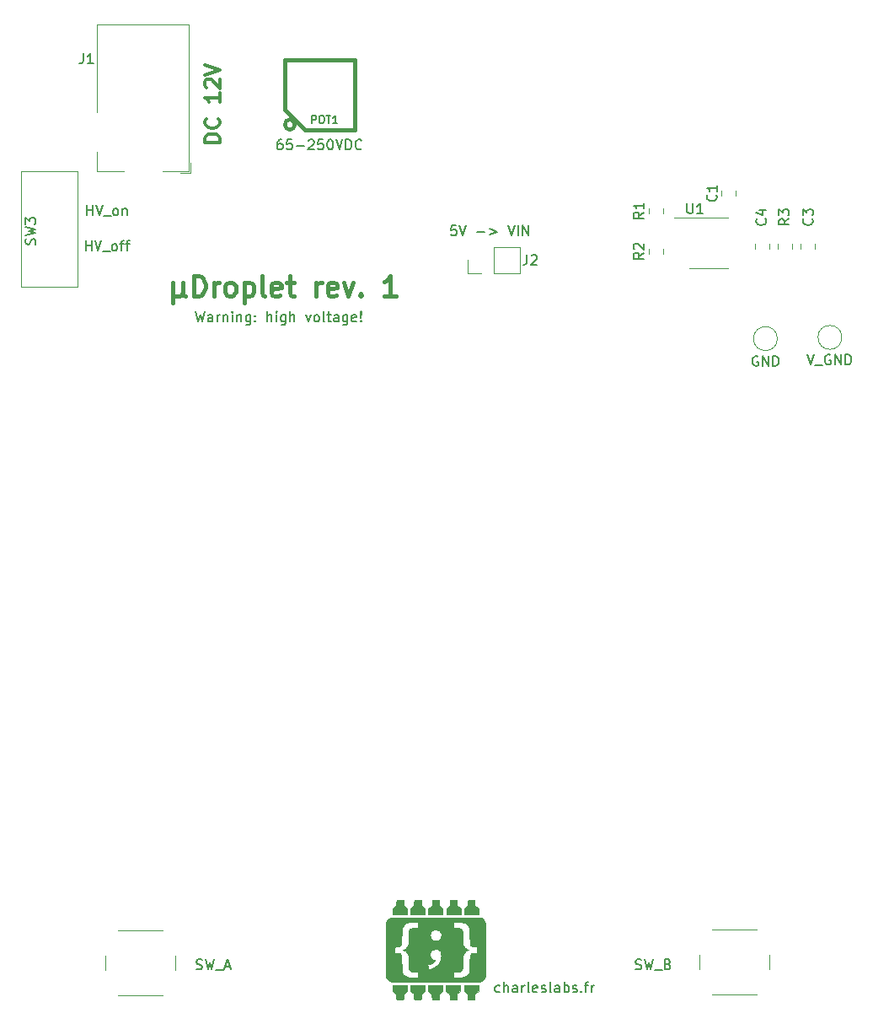
<source format=gbr>
G04 #@! TF.GenerationSoftware,KiCad,Pcbnew,5.1.6-c6e7f7d~86~ubuntu19.10.1*
G04 #@! TF.CreationDate,2020-05-21T12:39:08+02:00*
G04 #@! TF.ProjectId,MicroDroplet,4d696372-6f44-4726-9f70-6c65742e6b69,rev?*
G04 #@! TF.SameCoordinates,Original*
G04 #@! TF.FileFunction,Legend,Top*
G04 #@! TF.FilePolarity,Positive*
%FSLAX46Y46*%
G04 Gerber Fmt 4.6, Leading zero omitted, Abs format (unit mm)*
G04 Created by KiCad (PCBNEW 5.1.6-c6e7f7d~86~ubuntu19.10.1) date 2020-05-21 12:39:08*
%MOMM*%
%LPD*%
G01*
G04 APERTURE LIST*
%ADD10C,0.150000*%
%ADD11C,0.300000*%
%ADD12C,0.400000*%
%ADD13C,0.120000*%
%ADD14C,0.010000*%
%ADD15C,0.381000*%
%ADD16C,0.152400*%
G04 APERTURE END LIST*
D10*
X166417904Y-103846380D02*
X166751238Y-104846380D01*
X167084571Y-103846380D01*
X167179809Y-104941619D02*
X167941714Y-104941619D01*
X168703619Y-103894000D02*
X168608380Y-103846380D01*
X168465523Y-103846380D01*
X168322666Y-103894000D01*
X168227428Y-103989238D01*
X168179809Y-104084476D01*
X168132190Y-104274952D01*
X168132190Y-104417809D01*
X168179809Y-104608285D01*
X168227428Y-104703523D01*
X168322666Y-104798761D01*
X168465523Y-104846380D01*
X168560761Y-104846380D01*
X168703619Y-104798761D01*
X168751238Y-104751142D01*
X168751238Y-104417809D01*
X168560761Y-104417809D01*
X169179809Y-104846380D02*
X169179809Y-103846380D01*
X169751238Y-104846380D01*
X169751238Y-103846380D01*
X170227428Y-104846380D02*
X170227428Y-103846380D01*
X170465523Y-103846380D01*
X170608380Y-103894000D01*
X170703619Y-103989238D01*
X170751238Y-104084476D01*
X170798857Y-104274952D01*
X170798857Y-104417809D01*
X170751238Y-104608285D01*
X170703619Y-104703523D01*
X170608380Y-104798761D01*
X170465523Y-104846380D01*
X170227428Y-104846380D01*
X161417095Y-104021000D02*
X161321857Y-103973380D01*
X161179000Y-103973380D01*
X161036142Y-104021000D01*
X160940904Y-104116238D01*
X160893285Y-104211476D01*
X160845666Y-104401952D01*
X160845666Y-104544809D01*
X160893285Y-104735285D01*
X160940904Y-104830523D01*
X161036142Y-104925761D01*
X161179000Y-104973380D01*
X161274238Y-104973380D01*
X161417095Y-104925761D01*
X161464714Y-104878142D01*
X161464714Y-104544809D01*
X161274238Y-104544809D01*
X161893285Y-104973380D02*
X161893285Y-103973380D01*
X162464714Y-104973380D01*
X162464714Y-103973380D01*
X162940904Y-104973380D02*
X162940904Y-103973380D01*
X163179000Y-103973380D01*
X163321857Y-104021000D01*
X163417095Y-104116238D01*
X163464714Y-104211476D01*
X163512333Y-104401952D01*
X163512333Y-104544809D01*
X163464714Y-104735285D01*
X163417095Y-104830523D01*
X163321857Y-104925761D01*
X163179000Y-104973380D01*
X162940904Y-104973380D01*
X131112047Y-90892380D02*
X130635857Y-90892380D01*
X130588238Y-91368571D01*
X130635857Y-91320952D01*
X130731095Y-91273333D01*
X130969190Y-91273333D01*
X131064428Y-91320952D01*
X131112047Y-91368571D01*
X131159666Y-91463809D01*
X131159666Y-91701904D01*
X131112047Y-91797142D01*
X131064428Y-91844761D01*
X130969190Y-91892380D01*
X130731095Y-91892380D01*
X130635857Y-91844761D01*
X130588238Y-91797142D01*
X131445380Y-90892380D02*
X131778714Y-91892380D01*
X132112047Y-90892380D01*
X133207285Y-91511428D02*
X133969190Y-91511428D01*
X134445380Y-91225714D02*
X135207285Y-91511428D01*
X134445380Y-91797142D01*
X136302523Y-90892380D02*
X136635857Y-91892380D01*
X136969190Y-90892380D01*
X137302523Y-91892380D02*
X137302523Y-90892380D01*
X137778714Y-91892380D02*
X137778714Y-90892380D01*
X138350142Y-91892380D01*
X138350142Y-90892380D01*
X104950666Y-99528380D02*
X105188761Y-100528380D01*
X105379238Y-99814095D01*
X105569714Y-100528380D01*
X105807809Y-99528380D01*
X106617333Y-100528380D02*
X106617333Y-100004571D01*
X106569714Y-99909333D01*
X106474476Y-99861714D01*
X106284000Y-99861714D01*
X106188761Y-99909333D01*
X106617333Y-100480761D02*
X106522095Y-100528380D01*
X106284000Y-100528380D01*
X106188761Y-100480761D01*
X106141142Y-100385523D01*
X106141142Y-100290285D01*
X106188761Y-100195047D01*
X106284000Y-100147428D01*
X106522095Y-100147428D01*
X106617333Y-100099809D01*
X107093523Y-100528380D02*
X107093523Y-99861714D01*
X107093523Y-100052190D02*
X107141142Y-99956952D01*
X107188761Y-99909333D01*
X107284000Y-99861714D01*
X107379238Y-99861714D01*
X107712571Y-99861714D02*
X107712571Y-100528380D01*
X107712571Y-99956952D02*
X107760190Y-99909333D01*
X107855428Y-99861714D01*
X107998285Y-99861714D01*
X108093523Y-99909333D01*
X108141142Y-100004571D01*
X108141142Y-100528380D01*
X108617333Y-100528380D02*
X108617333Y-99861714D01*
X108617333Y-99528380D02*
X108569714Y-99576000D01*
X108617333Y-99623619D01*
X108664952Y-99576000D01*
X108617333Y-99528380D01*
X108617333Y-99623619D01*
X109093523Y-99861714D02*
X109093523Y-100528380D01*
X109093523Y-99956952D02*
X109141142Y-99909333D01*
X109236380Y-99861714D01*
X109379238Y-99861714D01*
X109474476Y-99909333D01*
X109522095Y-100004571D01*
X109522095Y-100528380D01*
X110426857Y-99861714D02*
X110426857Y-100671238D01*
X110379238Y-100766476D01*
X110331619Y-100814095D01*
X110236380Y-100861714D01*
X110093523Y-100861714D01*
X109998285Y-100814095D01*
X110426857Y-100480761D02*
X110331619Y-100528380D01*
X110141142Y-100528380D01*
X110045904Y-100480761D01*
X109998285Y-100433142D01*
X109950666Y-100337904D01*
X109950666Y-100052190D01*
X109998285Y-99956952D01*
X110045904Y-99909333D01*
X110141142Y-99861714D01*
X110331619Y-99861714D01*
X110426857Y-99909333D01*
X110903047Y-100433142D02*
X110950666Y-100480761D01*
X110903047Y-100528380D01*
X110855428Y-100480761D01*
X110903047Y-100433142D01*
X110903047Y-100528380D01*
X110903047Y-99909333D02*
X110950666Y-99956952D01*
X110903047Y-100004571D01*
X110855428Y-99956952D01*
X110903047Y-99909333D01*
X110903047Y-100004571D01*
X112141142Y-100528380D02*
X112141142Y-99528380D01*
X112569714Y-100528380D02*
X112569714Y-100004571D01*
X112522095Y-99909333D01*
X112426857Y-99861714D01*
X112284000Y-99861714D01*
X112188761Y-99909333D01*
X112141142Y-99956952D01*
X113045904Y-100528380D02*
X113045904Y-99861714D01*
X113045904Y-99528380D02*
X112998285Y-99576000D01*
X113045904Y-99623619D01*
X113093523Y-99576000D01*
X113045904Y-99528380D01*
X113045904Y-99623619D01*
X113950666Y-99861714D02*
X113950666Y-100671238D01*
X113903047Y-100766476D01*
X113855428Y-100814095D01*
X113760190Y-100861714D01*
X113617333Y-100861714D01*
X113522095Y-100814095D01*
X113950666Y-100480761D02*
X113855428Y-100528380D01*
X113664952Y-100528380D01*
X113569714Y-100480761D01*
X113522095Y-100433142D01*
X113474476Y-100337904D01*
X113474476Y-100052190D01*
X113522095Y-99956952D01*
X113569714Y-99909333D01*
X113664952Y-99861714D01*
X113855428Y-99861714D01*
X113950666Y-99909333D01*
X114426857Y-100528380D02*
X114426857Y-99528380D01*
X114855428Y-100528380D02*
X114855428Y-100004571D01*
X114807809Y-99909333D01*
X114712571Y-99861714D01*
X114569714Y-99861714D01*
X114474476Y-99909333D01*
X114426857Y-99956952D01*
X115998285Y-99861714D02*
X116236380Y-100528380D01*
X116474476Y-99861714D01*
X116998285Y-100528380D02*
X116903047Y-100480761D01*
X116855428Y-100433142D01*
X116807809Y-100337904D01*
X116807809Y-100052190D01*
X116855428Y-99956952D01*
X116903047Y-99909333D01*
X116998285Y-99861714D01*
X117141142Y-99861714D01*
X117236380Y-99909333D01*
X117284000Y-99956952D01*
X117331619Y-100052190D01*
X117331619Y-100337904D01*
X117284000Y-100433142D01*
X117236380Y-100480761D01*
X117141142Y-100528380D01*
X116998285Y-100528380D01*
X117903047Y-100528380D02*
X117807809Y-100480761D01*
X117760190Y-100385523D01*
X117760190Y-99528380D01*
X118141142Y-99861714D02*
X118522095Y-99861714D01*
X118284000Y-99528380D02*
X118284000Y-100385523D01*
X118331619Y-100480761D01*
X118426857Y-100528380D01*
X118522095Y-100528380D01*
X119284000Y-100528380D02*
X119284000Y-100004571D01*
X119236380Y-99909333D01*
X119141142Y-99861714D01*
X118950666Y-99861714D01*
X118855428Y-99909333D01*
X119284000Y-100480761D02*
X119188761Y-100528380D01*
X118950666Y-100528380D01*
X118855428Y-100480761D01*
X118807809Y-100385523D01*
X118807809Y-100290285D01*
X118855428Y-100195047D01*
X118950666Y-100147428D01*
X119188761Y-100147428D01*
X119284000Y-100099809D01*
X120188761Y-99861714D02*
X120188761Y-100671238D01*
X120141142Y-100766476D01*
X120093523Y-100814095D01*
X119998285Y-100861714D01*
X119855428Y-100861714D01*
X119760190Y-100814095D01*
X120188761Y-100480761D02*
X120093523Y-100528380D01*
X119903047Y-100528380D01*
X119807809Y-100480761D01*
X119760190Y-100433142D01*
X119712571Y-100337904D01*
X119712571Y-100052190D01*
X119760190Y-99956952D01*
X119807809Y-99909333D01*
X119903047Y-99861714D01*
X120093523Y-99861714D01*
X120188761Y-99909333D01*
X121045904Y-100480761D02*
X120950666Y-100528380D01*
X120760190Y-100528380D01*
X120664952Y-100480761D01*
X120617333Y-100385523D01*
X120617333Y-100004571D01*
X120664952Y-99909333D01*
X120760190Y-99861714D01*
X120950666Y-99861714D01*
X121045904Y-99909333D01*
X121093523Y-100004571D01*
X121093523Y-100099809D01*
X120617333Y-100195047D01*
X121522095Y-100433142D02*
X121569714Y-100480761D01*
X121522095Y-100528380D01*
X121474476Y-100480761D01*
X121522095Y-100433142D01*
X121522095Y-100528380D01*
X121522095Y-100147428D02*
X121474476Y-99576000D01*
X121522095Y-99528380D01*
X121569714Y-99576000D01*
X121522095Y-100147428D01*
X121522095Y-99528380D01*
X113586095Y-82256380D02*
X113395619Y-82256380D01*
X113300380Y-82304000D01*
X113252761Y-82351619D01*
X113157523Y-82494476D01*
X113109904Y-82684952D01*
X113109904Y-83065904D01*
X113157523Y-83161142D01*
X113205142Y-83208761D01*
X113300380Y-83256380D01*
X113490857Y-83256380D01*
X113586095Y-83208761D01*
X113633714Y-83161142D01*
X113681333Y-83065904D01*
X113681333Y-82827809D01*
X113633714Y-82732571D01*
X113586095Y-82684952D01*
X113490857Y-82637333D01*
X113300380Y-82637333D01*
X113205142Y-82684952D01*
X113157523Y-82732571D01*
X113109904Y-82827809D01*
X114586095Y-82256380D02*
X114109904Y-82256380D01*
X114062285Y-82732571D01*
X114109904Y-82684952D01*
X114205142Y-82637333D01*
X114443238Y-82637333D01*
X114538476Y-82684952D01*
X114586095Y-82732571D01*
X114633714Y-82827809D01*
X114633714Y-83065904D01*
X114586095Y-83161142D01*
X114538476Y-83208761D01*
X114443238Y-83256380D01*
X114205142Y-83256380D01*
X114109904Y-83208761D01*
X114062285Y-83161142D01*
X115062285Y-82875428D02*
X115824190Y-82875428D01*
X116252761Y-82351619D02*
X116300380Y-82304000D01*
X116395619Y-82256380D01*
X116633714Y-82256380D01*
X116728952Y-82304000D01*
X116776571Y-82351619D01*
X116824190Y-82446857D01*
X116824190Y-82542095D01*
X116776571Y-82684952D01*
X116205142Y-83256380D01*
X116824190Y-83256380D01*
X117728952Y-82256380D02*
X117252761Y-82256380D01*
X117205142Y-82732571D01*
X117252761Y-82684952D01*
X117348000Y-82637333D01*
X117586095Y-82637333D01*
X117681333Y-82684952D01*
X117728952Y-82732571D01*
X117776571Y-82827809D01*
X117776571Y-83065904D01*
X117728952Y-83161142D01*
X117681333Y-83208761D01*
X117586095Y-83256380D01*
X117348000Y-83256380D01*
X117252761Y-83208761D01*
X117205142Y-83161142D01*
X118395619Y-82256380D02*
X118490857Y-82256380D01*
X118586095Y-82304000D01*
X118633714Y-82351619D01*
X118681333Y-82446857D01*
X118728952Y-82637333D01*
X118728952Y-82875428D01*
X118681333Y-83065904D01*
X118633714Y-83161142D01*
X118586095Y-83208761D01*
X118490857Y-83256380D01*
X118395619Y-83256380D01*
X118300380Y-83208761D01*
X118252761Y-83161142D01*
X118205142Y-83065904D01*
X118157523Y-82875428D01*
X118157523Y-82637333D01*
X118205142Y-82446857D01*
X118252761Y-82351619D01*
X118300380Y-82304000D01*
X118395619Y-82256380D01*
X119014666Y-82256380D02*
X119348000Y-83256380D01*
X119681333Y-82256380D01*
X120014666Y-83256380D02*
X120014666Y-82256380D01*
X120252761Y-82256380D01*
X120395619Y-82304000D01*
X120490857Y-82399238D01*
X120538476Y-82494476D01*
X120586095Y-82684952D01*
X120586095Y-82827809D01*
X120538476Y-83018285D01*
X120490857Y-83113523D01*
X120395619Y-83208761D01*
X120252761Y-83256380D01*
X120014666Y-83256380D01*
X121586095Y-83161142D02*
X121538476Y-83208761D01*
X121395619Y-83256380D01*
X121300380Y-83256380D01*
X121157523Y-83208761D01*
X121062285Y-83113523D01*
X121014666Y-83018285D01*
X120967047Y-82827809D01*
X120967047Y-82684952D01*
X121014666Y-82494476D01*
X121062285Y-82399238D01*
X121157523Y-82304000D01*
X121300380Y-82256380D01*
X121395619Y-82256380D01*
X121538476Y-82304000D01*
X121586095Y-82351619D01*
X135477809Y-167790761D02*
X135382571Y-167838380D01*
X135192095Y-167838380D01*
X135096857Y-167790761D01*
X135049238Y-167743142D01*
X135001619Y-167647904D01*
X135001619Y-167362190D01*
X135049238Y-167266952D01*
X135096857Y-167219333D01*
X135192095Y-167171714D01*
X135382571Y-167171714D01*
X135477809Y-167219333D01*
X135906380Y-167838380D02*
X135906380Y-166838380D01*
X136334952Y-167838380D02*
X136334952Y-167314571D01*
X136287333Y-167219333D01*
X136192095Y-167171714D01*
X136049238Y-167171714D01*
X135954000Y-167219333D01*
X135906380Y-167266952D01*
X137239714Y-167838380D02*
X137239714Y-167314571D01*
X137192095Y-167219333D01*
X137096857Y-167171714D01*
X136906380Y-167171714D01*
X136811142Y-167219333D01*
X137239714Y-167790761D02*
X137144476Y-167838380D01*
X136906380Y-167838380D01*
X136811142Y-167790761D01*
X136763523Y-167695523D01*
X136763523Y-167600285D01*
X136811142Y-167505047D01*
X136906380Y-167457428D01*
X137144476Y-167457428D01*
X137239714Y-167409809D01*
X137715904Y-167838380D02*
X137715904Y-167171714D01*
X137715904Y-167362190D02*
X137763523Y-167266952D01*
X137811142Y-167219333D01*
X137906380Y-167171714D01*
X138001619Y-167171714D01*
X138477809Y-167838380D02*
X138382571Y-167790761D01*
X138334952Y-167695523D01*
X138334952Y-166838380D01*
X139239714Y-167790761D02*
X139144476Y-167838380D01*
X138954000Y-167838380D01*
X138858761Y-167790761D01*
X138811142Y-167695523D01*
X138811142Y-167314571D01*
X138858761Y-167219333D01*
X138954000Y-167171714D01*
X139144476Y-167171714D01*
X139239714Y-167219333D01*
X139287333Y-167314571D01*
X139287333Y-167409809D01*
X138811142Y-167505047D01*
X139668285Y-167790761D02*
X139763523Y-167838380D01*
X139954000Y-167838380D01*
X140049238Y-167790761D01*
X140096857Y-167695523D01*
X140096857Y-167647904D01*
X140049238Y-167552666D01*
X139954000Y-167505047D01*
X139811142Y-167505047D01*
X139715904Y-167457428D01*
X139668285Y-167362190D01*
X139668285Y-167314571D01*
X139715904Y-167219333D01*
X139811142Y-167171714D01*
X139954000Y-167171714D01*
X140049238Y-167219333D01*
X140668285Y-167838380D02*
X140573047Y-167790761D01*
X140525428Y-167695523D01*
X140525428Y-166838380D01*
X141477809Y-167838380D02*
X141477809Y-167314571D01*
X141430190Y-167219333D01*
X141334952Y-167171714D01*
X141144476Y-167171714D01*
X141049238Y-167219333D01*
X141477809Y-167790761D02*
X141382571Y-167838380D01*
X141144476Y-167838380D01*
X141049238Y-167790761D01*
X141001619Y-167695523D01*
X141001619Y-167600285D01*
X141049238Y-167505047D01*
X141144476Y-167457428D01*
X141382571Y-167457428D01*
X141477809Y-167409809D01*
X141954000Y-167838380D02*
X141954000Y-166838380D01*
X141954000Y-167219333D02*
X142049238Y-167171714D01*
X142239714Y-167171714D01*
X142334952Y-167219333D01*
X142382571Y-167266952D01*
X142430190Y-167362190D01*
X142430190Y-167647904D01*
X142382571Y-167743142D01*
X142334952Y-167790761D01*
X142239714Y-167838380D01*
X142049238Y-167838380D01*
X141954000Y-167790761D01*
X142811142Y-167790761D02*
X142906380Y-167838380D01*
X143096857Y-167838380D01*
X143192095Y-167790761D01*
X143239714Y-167695523D01*
X143239714Y-167647904D01*
X143192095Y-167552666D01*
X143096857Y-167505047D01*
X142954000Y-167505047D01*
X142858761Y-167457428D01*
X142811142Y-167362190D01*
X142811142Y-167314571D01*
X142858761Y-167219333D01*
X142954000Y-167171714D01*
X143096857Y-167171714D01*
X143192095Y-167219333D01*
X143668285Y-167743142D02*
X143715904Y-167790761D01*
X143668285Y-167838380D01*
X143620666Y-167790761D01*
X143668285Y-167743142D01*
X143668285Y-167838380D01*
X144001619Y-167171714D02*
X144382571Y-167171714D01*
X144144476Y-167838380D02*
X144144476Y-166981238D01*
X144192095Y-166886000D01*
X144287333Y-166838380D01*
X144382571Y-166838380D01*
X144715904Y-167838380D02*
X144715904Y-167171714D01*
X144715904Y-167362190D02*
X144763523Y-167266952D01*
X144811142Y-167219333D01*
X144906380Y-167171714D01*
X145001619Y-167171714D01*
X93892952Y-93416380D02*
X93892952Y-92416380D01*
X93892952Y-92892571D02*
X94464380Y-92892571D01*
X94464380Y-93416380D02*
X94464380Y-92416380D01*
X94797714Y-92416380D02*
X95131047Y-93416380D01*
X95464380Y-92416380D01*
X95559619Y-93511619D02*
X96321523Y-93511619D01*
X96702476Y-93416380D02*
X96607238Y-93368761D01*
X96559619Y-93321142D01*
X96512000Y-93225904D01*
X96512000Y-92940190D01*
X96559619Y-92844952D01*
X96607238Y-92797333D01*
X96702476Y-92749714D01*
X96845333Y-92749714D01*
X96940571Y-92797333D01*
X96988190Y-92844952D01*
X97035809Y-92940190D01*
X97035809Y-93225904D01*
X96988190Y-93321142D01*
X96940571Y-93368761D01*
X96845333Y-93416380D01*
X96702476Y-93416380D01*
X97321523Y-92749714D02*
X97702476Y-92749714D01*
X97464380Y-93416380D02*
X97464380Y-92559238D01*
X97512000Y-92464000D01*
X97607238Y-92416380D01*
X97702476Y-92416380D01*
X97892952Y-92749714D02*
X98273904Y-92749714D01*
X98035809Y-93416380D02*
X98035809Y-92559238D01*
X98083428Y-92464000D01*
X98178666Y-92416380D01*
X98273904Y-92416380D01*
X94012000Y-89860380D02*
X94012000Y-88860380D01*
X94012000Y-89336571D02*
X94583428Y-89336571D01*
X94583428Y-89860380D02*
X94583428Y-88860380D01*
X94916761Y-88860380D02*
X95250095Y-89860380D01*
X95583428Y-88860380D01*
X95678666Y-89955619D02*
X96440571Y-89955619D01*
X96821523Y-89860380D02*
X96726285Y-89812761D01*
X96678666Y-89765142D01*
X96631047Y-89669904D01*
X96631047Y-89384190D01*
X96678666Y-89288952D01*
X96726285Y-89241333D01*
X96821523Y-89193714D01*
X96964380Y-89193714D01*
X97059619Y-89241333D01*
X97107238Y-89288952D01*
X97154857Y-89384190D01*
X97154857Y-89669904D01*
X97107238Y-89765142D01*
X97059619Y-89812761D01*
X96964380Y-89860380D01*
X96821523Y-89860380D01*
X97583428Y-89193714D02*
X97583428Y-89860380D01*
X97583428Y-89288952D02*
X97631047Y-89241333D01*
X97726285Y-89193714D01*
X97869142Y-89193714D01*
X97964380Y-89241333D01*
X98012000Y-89336571D01*
X98012000Y-89860380D01*
D11*
X107358571Y-82525714D02*
X105858571Y-82525714D01*
X105858571Y-82168571D01*
X105930000Y-81954285D01*
X106072857Y-81811428D01*
X106215714Y-81740000D01*
X106501428Y-81668571D01*
X106715714Y-81668571D01*
X107001428Y-81740000D01*
X107144285Y-81811428D01*
X107287142Y-81954285D01*
X107358571Y-82168571D01*
X107358571Y-82525714D01*
X107215714Y-80168571D02*
X107287142Y-80240000D01*
X107358571Y-80454285D01*
X107358571Y-80597142D01*
X107287142Y-80811428D01*
X107144285Y-80954285D01*
X107001428Y-81025714D01*
X106715714Y-81097142D01*
X106501428Y-81097142D01*
X106215714Y-81025714D01*
X106072857Y-80954285D01*
X105930000Y-80811428D01*
X105858571Y-80597142D01*
X105858571Y-80454285D01*
X105930000Y-80240000D01*
X106001428Y-80168571D01*
X107358571Y-77597142D02*
X107358571Y-78454285D01*
X107358571Y-78025714D02*
X105858571Y-78025714D01*
X106072857Y-78168571D01*
X106215714Y-78311428D01*
X106287142Y-78454285D01*
X106001428Y-77025714D02*
X105930000Y-76954285D01*
X105858571Y-76811428D01*
X105858571Y-76454285D01*
X105930000Y-76311428D01*
X106001428Y-76240000D01*
X106144285Y-76168571D01*
X106287142Y-76168571D01*
X106501428Y-76240000D01*
X107358571Y-77097142D01*
X107358571Y-76168571D01*
X105858571Y-75740000D02*
X107358571Y-75240000D01*
X105858571Y-74740000D01*
D12*
X102649142Y-96599428D02*
X102649142Y-98599428D01*
X103601523Y-97647047D02*
X103696761Y-97837523D01*
X103887238Y-97932761D01*
X102649142Y-97647047D02*
X102744380Y-97837523D01*
X102934857Y-97932761D01*
X103315809Y-97932761D01*
X103506285Y-97837523D01*
X103601523Y-97647047D01*
X103601523Y-96599428D01*
X104744380Y-97932761D02*
X104744380Y-95932761D01*
X105220571Y-95932761D01*
X105506285Y-96028000D01*
X105696761Y-96218476D01*
X105792000Y-96408952D01*
X105887238Y-96789904D01*
X105887238Y-97075619D01*
X105792000Y-97456571D01*
X105696761Y-97647047D01*
X105506285Y-97837523D01*
X105220571Y-97932761D01*
X104744380Y-97932761D01*
X106744380Y-97932761D02*
X106744380Y-96599428D01*
X106744380Y-96980380D02*
X106839619Y-96789904D01*
X106934857Y-96694666D01*
X107125333Y-96599428D01*
X107315809Y-96599428D01*
X108268190Y-97932761D02*
X108077714Y-97837523D01*
X107982476Y-97742285D01*
X107887238Y-97551809D01*
X107887238Y-96980380D01*
X107982476Y-96789904D01*
X108077714Y-96694666D01*
X108268190Y-96599428D01*
X108553904Y-96599428D01*
X108744380Y-96694666D01*
X108839619Y-96789904D01*
X108934857Y-96980380D01*
X108934857Y-97551809D01*
X108839619Y-97742285D01*
X108744380Y-97837523D01*
X108553904Y-97932761D01*
X108268190Y-97932761D01*
X109792000Y-96599428D02*
X109792000Y-98599428D01*
X109792000Y-96694666D02*
X109982476Y-96599428D01*
X110363428Y-96599428D01*
X110553904Y-96694666D01*
X110649142Y-96789904D01*
X110744380Y-96980380D01*
X110744380Y-97551809D01*
X110649142Y-97742285D01*
X110553904Y-97837523D01*
X110363428Y-97932761D01*
X109982476Y-97932761D01*
X109792000Y-97837523D01*
X111887238Y-97932761D02*
X111696761Y-97837523D01*
X111601523Y-97647047D01*
X111601523Y-95932761D01*
X113411047Y-97837523D02*
X113220571Y-97932761D01*
X112839619Y-97932761D01*
X112649142Y-97837523D01*
X112553904Y-97647047D01*
X112553904Y-96885142D01*
X112649142Y-96694666D01*
X112839619Y-96599428D01*
X113220571Y-96599428D01*
X113411047Y-96694666D01*
X113506285Y-96885142D01*
X113506285Y-97075619D01*
X112553904Y-97266095D01*
X114077714Y-96599428D02*
X114839619Y-96599428D01*
X114363428Y-95932761D02*
X114363428Y-97647047D01*
X114458666Y-97837523D01*
X114649142Y-97932761D01*
X114839619Y-97932761D01*
X117030095Y-97932761D02*
X117030095Y-96599428D01*
X117030095Y-96980380D02*
X117125333Y-96789904D01*
X117220571Y-96694666D01*
X117411047Y-96599428D01*
X117601523Y-96599428D01*
X119030095Y-97837523D02*
X118839619Y-97932761D01*
X118458666Y-97932761D01*
X118268190Y-97837523D01*
X118172952Y-97647047D01*
X118172952Y-96885142D01*
X118268190Y-96694666D01*
X118458666Y-96599428D01*
X118839619Y-96599428D01*
X119030095Y-96694666D01*
X119125333Y-96885142D01*
X119125333Y-97075619D01*
X118172952Y-97266095D01*
X119792000Y-96599428D02*
X120268190Y-97932761D01*
X120744380Y-96599428D01*
X121506285Y-97742285D02*
X121601523Y-97837523D01*
X121506285Y-97932761D01*
X121411047Y-97837523D01*
X121506285Y-97742285D01*
X121506285Y-97932761D01*
X125030095Y-97932761D02*
X123887238Y-97932761D01*
X124458666Y-97932761D02*
X124458666Y-95932761D01*
X124268190Y-96218476D01*
X124077714Y-96408952D01*
X123887238Y-96504190D01*
D13*
X163379000Y-102235000D02*
G75*
G03*
X163379000Y-102235000I-1200000J0D01*
G01*
X132274000Y-95691000D02*
X132274000Y-94361000D01*
X133604000Y-95691000D02*
X132274000Y-95691000D01*
X134874000Y-95691000D02*
X134874000Y-93031000D01*
X134874000Y-93031000D02*
X137474000Y-93031000D01*
X134874000Y-95691000D02*
X137474000Y-95691000D01*
X137474000Y-95691000D02*
X137474000Y-93031000D01*
D14*
G36*
X132612960Y-158574154D02*
G01*
X132740800Y-158574277D01*
X132834782Y-158577616D01*
X132900105Y-158588618D01*
X132941968Y-158611735D01*
X132965571Y-158651417D01*
X132976113Y-158712114D01*
X132978792Y-158798275D01*
X132978769Y-158887255D01*
X132978769Y-159139525D01*
X133164892Y-159289227D01*
X133351015Y-159438928D01*
X133345623Y-159724579D01*
X133340230Y-160010230D01*
X132622192Y-160015356D01*
X131904154Y-160020481D01*
X131904197Y-159722279D01*
X131904241Y-159424077D01*
X132079231Y-159287307D01*
X132254221Y-159150538D01*
X132255033Y-158901423D01*
X132255694Y-158785857D01*
X132260332Y-158701281D01*
X132274232Y-158642862D01*
X132302677Y-158605769D01*
X132350950Y-158585172D01*
X132424336Y-158576240D01*
X132528117Y-158574142D01*
X132612960Y-158574154D01*
G37*
X132612960Y-158574154D02*
X132740800Y-158574277D01*
X132834782Y-158577616D01*
X132900105Y-158588618D01*
X132941968Y-158611735D01*
X132965571Y-158651417D01*
X132976113Y-158712114D01*
X132978792Y-158798275D01*
X132978769Y-158887255D01*
X132978769Y-159139525D01*
X133164892Y-159289227D01*
X133351015Y-159438928D01*
X133345623Y-159724579D01*
X133340230Y-160010230D01*
X132622192Y-160015356D01*
X131904154Y-160020481D01*
X131904197Y-159722279D01*
X131904241Y-159424077D01*
X132079231Y-159287307D01*
X132254221Y-159150538D01*
X132255033Y-158901423D01*
X132255694Y-158785857D01*
X132260332Y-158701281D01*
X132274232Y-158642862D01*
X132302677Y-158605769D01*
X132350950Y-158585172D01*
X132424336Y-158576240D01*
X132528117Y-158574142D01*
X132612960Y-158574154D01*
G36*
X131160274Y-158625635D02*
G01*
X131177658Y-158651796D01*
X131189271Y-158683141D01*
X131196242Y-158727704D01*
X131199703Y-158793523D01*
X131200783Y-158888632D01*
X131200813Y-158913827D01*
X131200857Y-159150538D01*
X131375846Y-159287307D01*
X131550836Y-159424077D01*
X131551649Y-159722038D01*
X131552461Y-160020000D01*
X130106615Y-160020000D01*
X130107428Y-159722038D01*
X130108240Y-159424077D01*
X130283230Y-159287307D01*
X130458219Y-159150538D01*
X130458263Y-158913827D01*
X130458977Y-158811328D01*
X130461827Y-158739858D01*
X130467944Y-158691380D01*
X130478457Y-158657858D01*
X130494498Y-158631257D01*
X130498802Y-158625635D01*
X130539297Y-158574154D01*
X131119779Y-158574154D01*
X131160274Y-158625635D01*
G37*
X131160274Y-158625635D02*
X131177658Y-158651796D01*
X131189271Y-158683141D01*
X131196242Y-158727704D01*
X131199703Y-158793523D01*
X131200783Y-158888632D01*
X131200813Y-158913827D01*
X131200857Y-159150538D01*
X131375846Y-159287307D01*
X131550836Y-159424077D01*
X131551649Y-159722038D01*
X131552461Y-160020000D01*
X130106615Y-160020000D01*
X130107428Y-159722038D01*
X130108240Y-159424077D01*
X130283230Y-159287307D01*
X130458219Y-159150538D01*
X130458263Y-158913827D01*
X130458977Y-158811328D01*
X130461827Y-158739858D01*
X130467944Y-158691380D01*
X130478457Y-158657858D01*
X130494498Y-158631257D01*
X130498802Y-158625635D01*
X130539297Y-158574154D01*
X131119779Y-158574154D01*
X131160274Y-158625635D01*
G36*
X129041769Y-158574154D02*
G01*
X129168736Y-158574301D01*
X129261876Y-158577766D01*
X129326420Y-158589084D01*
X129367600Y-158612788D01*
X129390647Y-158653412D01*
X129400791Y-158715491D01*
X129403263Y-158803559D01*
X129403230Y-158887460D01*
X129403230Y-159139936D01*
X129579077Y-159280737D01*
X129754923Y-159421537D01*
X129754923Y-160020000D01*
X129045025Y-160020000D01*
X128882177Y-160019653D01*
X128731774Y-160018667D01*
X128598264Y-160017120D01*
X128486092Y-160015095D01*
X128399705Y-160012670D01*
X128343549Y-160009925D01*
X128322102Y-160006974D01*
X128317433Y-159983736D01*
X128313505Y-159928798D01*
X128310648Y-159849535D01*
X128309193Y-159753324D01*
X128309077Y-159716030D01*
X128309077Y-159438111D01*
X128680307Y-159139525D01*
X128680307Y-158887255D01*
X128680479Y-158777275D01*
X128684481Y-158696596D01*
X128697544Y-158640688D01*
X128724901Y-158605017D01*
X128771781Y-158585055D01*
X128843417Y-158576268D01*
X128945039Y-158574126D01*
X129041769Y-158574154D01*
G37*
X129041769Y-158574154D02*
X129168736Y-158574301D01*
X129261876Y-158577766D01*
X129326420Y-158589084D01*
X129367600Y-158612788D01*
X129390647Y-158653412D01*
X129400791Y-158715491D01*
X129403263Y-158803559D01*
X129403230Y-158887460D01*
X129403230Y-159139936D01*
X129579077Y-159280737D01*
X129754923Y-159421537D01*
X129754923Y-160020000D01*
X129045025Y-160020000D01*
X128882177Y-160019653D01*
X128731774Y-160018667D01*
X128598264Y-160017120D01*
X128486092Y-160015095D01*
X128399705Y-160012670D01*
X128343549Y-160009925D01*
X128322102Y-160006974D01*
X128317433Y-159983736D01*
X128313505Y-159928798D01*
X128310648Y-159849535D01*
X128309193Y-159753324D01*
X128309077Y-159716030D01*
X128309077Y-159438111D01*
X128680307Y-159139525D01*
X128680307Y-158887255D01*
X128680479Y-158777275D01*
X128684481Y-158696596D01*
X128697544Y-158640688D01*
X128724901Y-158605017D01*
X128771781Y-158585055D01*
X128843417Y-158576268D01*
X128945039Y-158574126D01*
X129041769Y-158574154D01*
G36*
X127378075Y-158574337D02*
G01*
X127471462Y-158578074D01*
X127536474Y-158590142D01*
X127578452Y-158615317D01*
X127602738Y-158658378D01*
X127614673Y-158724102D01*
X127619599Y-158817266D01*
X127621851Y-158905886D01*
X127628240Y-159155488D01*
X127803099Y-159295497D01*
X127977958Y-159435507D01*
X127972556Y-159722869D01*
X127967154Y-160010230D01*
X127249115Y-160015356D01*
X126531077Y-160020481D01*
X126531889Y-159722279D01*
X126532702Y-159424077D01*
X126707691Y-159287307D01*
X126882681Y-159150538D01*
X126882725Y-158901423D01*
X126882954Y-158787385D01*
X126887051Y-158703457D01*
X126900202Y-158645030D01*
X126927593Y-158607496D01*
X126974409Y-158586247D01*
X127045836Y-158576673D01*
X127147058Y-158574167D01*
X127250971Y-158574154D01*
X127378075Y-158574337D01*
G37*
X127378075Y-158574337D02*
X127471462Y-158578074D01*
X127536474Y-158590142D01*
X127578452Y-158615317D01*
X127602738Y-158658378D01*
X127614673Y-158724102D01*
X127619599Y-158817266D01*
X127621851Y-158905886D01*
X127628240Y-159155488D01*
X127803099Y-159295497D01*
X127977958Y-159435507D01*
X127972556Y-159722869D01*
X127967154Y-160010230D01*
X127249115Y-160015356D01*
X126531077Y-160020481D01*
X126531889Y-159722279D01*
X126532702Y-159424077D01*
X126707691Y-159287307D01*
X126882681Y-159150538D01*
X126882725Y-158901423D01*
X126882954Y-158787385D01*
X126887051Y-158703457D01*
X126900202Y-158645030D01*
X126927593Y-158607496D01*
X126974409Y-158586247D01*
X127045836Y-158576673D01*
X127147058Y-158574167D01*
X127250971Y-158574154D01*
X127378075Y-158574337D01*
G36*
X125462884Y-158574154D02*
G01*
X125590449Y-158574361D01*
X125684180Y-158578101D01*
X125749302Y-158590051D01*
X125791041Y-158614889D01*
X125814622Y-158657293D01*
X125825271Y-158721940D01*
X125828215Y-158813507D01*
X125828505Y-158901423D01*
X125829317Y-159150538D01*
X126004307Y-159287307D01*
X126179296Y-159424077D01*
X126179340Y-159722038D01*
X126179384Y-160020000D01*
X125469487Y-160020000D01*
X125306639Y-160019653D01*
X125156236Y-160018667D01*
X125022726Y-160017120D01*
X124910554Y-160015095D01*
X124824167Y-160012670D01*
X124768011Y-160009925D01*
X124746564Y-160006974D01*
X124741906Y-159983745D01*
X124737985Y-159928795D01*
X124735128Y-159849475D01*
X124733662Y-159753139D01*
X124733538Y-159714519D01*
X124733538Y-159435090D01*
X124919154Y-159285796D01*
X125104769Y-159136503D01*
X125104769Y-158887664D01*
X125104815Y-158777073D01*
X125108454Y-158696072D01*
X125120936Y-158640066D01*
X125147509Y-158604459D01*
X125193424Y-158584654D01*
X125263931Y-158576056D01*
X125364279Y-158574071D01*
X125462884Y-158574154D01*
G37*
X125462884Y-158574154D02*
X125590449Y-158574361D01*
X125684180Y-158578101D01*
X125749302Y-158590051D01*
X125791041Y-158614889D01*
X125814622Y-158657293D01*
X125825271Y-158721940D01*
X125828215Y-158813507D01*
X125828505Y-158901423D01*
X125829317Y-159150538D01*
X126004307Y-159287307D01*
X126179296Y-159424077D01*
X126179340Y-159722038D01*
X126179384Y-160020000D01*
X125469487Y-160020000D01*
X125306639Y-160019653D01*
X125156236Y-160018667D01*
X125022726Y-160017120D01*
X124910554Y-160015095D01*
X124824167Y-160012670D01*
X124768011Y-160009925D01*
X124746564Y-160006974D01*
X124741906Y-159983745D01*
X124737985Y-159928795D01*
X124735128Y-159849475D01*
X124733662Y-159753139D01*
X124733538Y-159714519D01*
X124733538Y-159435090D01*
X124919154Y-159285796D01*
X125104769Y-159136503D01*
X125104769Y-158887664D01*
X125104815Y-158777073D01*
X125108454Y-158696072D01*
X125120936Y-158640066D01*
X125147509Y-158604459D01*
X125193424Y-158584654D01*
X125263931Y-158576056D01*
X125364279Y-158574071D01*
X125462884Y-158574154D01*
G36*
X129420151Y-160331234D02*
G01*
X129780697Y-160331462D01*
X130136734Y-160331836D01*
X130486080Y-160332356D01*
X130826558Y-160333020D01*
X131155987Y-160333831D01*
X131472189Y-160334787D01*
X131772984Y-160335888D01*
X132056192Y-160337135D01*
X132319635Y-160338528D01*
X132561132Y-160340065D01*
X132778505Y-160341749D01*
X132969574Y-160343578D01*
X133132161Y-160345552D01*
X133264084Y-160347672D01*
X133363166Y-160349938D01*
X133427227Y-160352349D01*
X133452659Y-160354541D01*
X133606773Y-160404483D01*
X133745966Y-160486827D01*
X133864220Y-160596493D01*
X133955521Y-160728399D01*
X133992952Y-160810935D01*
X134034388Y-160921685D01*
X134029232Y-163601881D01*
X134024077Y-166282077D01*
X133972781Y-166389538D01*
X133882929Y-166534533D01*
X133766182Y-166652008D01*
X133625525Y-166739624D01*
X133463945Y-166795043D01*
X133451615Y-166797722D01*
X133419358Y-166800379D01*
X133350290Y-166802859D01*
X133246580Y-166805163D01*
X133110397Y-166807292D01*
X132943909Y-166809247D01*
X132749285Y-166811031D01*
X132528694Y-166812644D01*
X132284305Y-166814088D01*
X132018286Y-166815365D01*
X131732807Y-166816476D01*
X131430037Y-166817422D01*
X131112143Y-166818205D01*
X130781295Y-166818826D01*
X130439662Y-166819287D01*
X130089412Y-166819589D01*
X129732714Y-166819733D01*
X129371738Y-166819722D01*
X129008651Y-166819556D01*
X128645623Y-166819237D01*
X128284822Y-166818766D01*
X127928418Y-166818145D01*
X127578579Y-166817376D01*
X127237474Y-166816459D01*
X126907271Y-166815396D01*
X126590140Y-166814189D01*
X126288249Y-166812839D01*
X126003767Y-166811347D01*
X125738863Y-166809715D01*
X125495706Y-166807945D01*
X125276465Y-166806037D01*
X125083307Y-166803994D01*
X124918403Y-166801816D01*
X124783921Y-166799506D01*
X124682029Y-166797064D01*
X124614897Y-166794492D01*
X124584799Y-166791817D01*
X124431775Y-166735631D01*
X124295277Y-166647845D01*
X124181189Y-166533614D01*
X124095392Y-166398093D01*
X124071319Y-166341789D01*
X124065501Y-166325895D01*
X124060259Y-166309562D01*
X124055562Y-166290773D01*
X124051382Y-166267514D01*
X124047687Y-166237769D01*
X124044447Y-166199523D01*
X124041634Y-166150760D01*
X124039216Y-166089464D01*
X124037164Y-166013621D01*
X124035448Y-165921215D01*
X124034038Y-165810231D01*
X124032903Y-165678653D01*
X124032014Y-165524465D01*
X124031341Y-165345652D01*
X124030854Y-165140199D01*
X124030522Y-164906091D01*
X124030316Y-164641311D01*
X124030206Y-164343845D01*
X124030162Y-164011677D01*
X124030154Y-163642791D01*
X124030154Y-163576000D01*
X124030157Y-163286110D01*
X124889846Y-163286110D01*
X124889846Y-163885428D01*
X125132722Y-163891906D01*
X125250569Y-163896772D01*
X125337320Y-163906124D01*
X125400930Y-163922978D01*
X125449352Y-163950352D01*
X125490539Y-163991261D01*
X125527704Y-164041717D01*
X125550009Y-164081123D01*
X125568237Y-164130102D01*
X125582755Y-164192592D01*
X125593933Y-164272530D01*
X125602139Y-164373853D01*
X125607740Y-164500498D01*
X125611106Y-164656403D01*
X125612605Y-164845504D01*
X125612769Y-164951001D01*
X125613222Y-165137190D01*
X125614716Y-165289170D01*
X125617449Y-165411797D01*
X125621623Y-165509932D01*
X125627438Y-165588430D01*
X125635093Y-165652151D01*
X125643638Y-165700476D01*
X125693128Y-165875303D01*
X125764340Y-166020172D01*
X125859359Y-166136809D01*
X125980269Y-166226936D01*
X126129156Y-166292275D01*
X126308102Y-166334550D01*
X126428717Y-166349379D01*
X126507403Y-166354694D01*
X126614142Y-166359545D01*
X126737908Y-166363552D01*
X126867679Y-166366334D01*
X126946269Y-166367275D01*
X127293077Y-166370000D01*
X127293077Y-165764307D01*
X126985346Y-165763841D01*
X126825962Y-165761815D01*
X126700317Y-165755189D01*
X126603185Y-165742337D01*
X126529341Y-165721633D01*
X126473560Y-165691447D01*
X126430616Y-165650154D01*
X126395284Y-165596127D01*
X126385280Y-165576976D01*
X126374591Y-165552892D01*
X126365884Y-165524681D01*
X126358841Y-165487897D01*
X126353141Y-165438097D01*
X126348466Y-165370834D01*
X126344496Y-165281664D01*
X126340912Y-165166143D01*
X126337894Y-165040586D01*
X128197991Y-165040586D01*
X128247231Y-165291484D01*
X128296470Y-165542381D01*
X128400167Y-165526120D01*
X128471317Y-165511767D01*
X128560809Y-165489325D01*
X128650055Y-165463480D01*
X128655585Y-165461737D01*
X128833544Y-165391757D01*
X128995366Y-165297860D01*
X129150590Y-165174078D01*
X129218093Y-165109769D01*
X129363768Y-164942095D01*
X129472992Y-164764473D01*
X129547074Y-164573520D01*
X129587322Y-164365852D01*
X129595044Y-164138085D01*
X129594935Y-164134971D01*
X129584089Y-163988660D01*
X129561364Y-163871995D01*
X129523987Y-163776623D01*
X129469188Y-163694188D01*
X129436422Y-163657326D01*
X129332020Y-163575244D01*
X129209189Y-163522384D01*
X129075695Y-163498973D01*
X128939309Y-163505238D01*
X128807798Y-163541407D01*
X128688931Y-163607708D01*
X128655818Y-163634456D01*
X128568060Y-163727258D01*
X128511657Y-163827454D01*
X128482625Y-163944375D01*
X128476423Y-164054692D01*
X128479171Y-164144141D01*
X128488751Y-164210191D01*
X128508333Y-164268347D01*
X128528881Y-164311102D01*
X128595524Y-164410925D01*
X128681269Y-164496971D01*
X128777529Y-164562985D01*
X128875713Y-164602715D01*
X128941459Y-164611538D01*
X128969134Y-164623630D01*
X128966193Y-164659797D01*
X128932672Y-164719880D01*
X128909884Y-164751673D01*
X128830033Y-164830315D01*
X128718871Y-164899284D01*
X128583707Y-164954863D01*
X128436077Y-164992562D01*
X128357146Y-165007444D01*
X128289062Y-165020691D01*
X128244278Y-165029871D01*
X128238880Y-165031082D01*
X128197991Y-165040586D01*
X126337894Y-165040586D01*
X126337394Y-165019826D01*
X126334170Y-164865538D01*
X126330178Y-164682371D01*
X126326140Y-164533778D01*
X126321772Y-164415254D01*
X126316788Y-164322296D01*
X126310905Y-164250402D01*
X126303839Y-164195068D01*
X126295306Y-164151791D01*
X126287311Y-164123077D01*
X126239737Y-163994451D01*
X126185831Y-163894004D01*
X126119564Y-163810838D01*
X126108058Y-163799052D01*
X126050987Y-163752156D01*
X125976292Y-163704287D01*
X125895578Y-163661501D01*
X125820450Y-163629854D01*
X125762511Y-163615404D01*
X125755576Y-163615092D01*
X125713238Y-163609864D01*
X125706415Y-163596005D01*
X125733214Y-163576184D01*
X125791741Y-163553073D01*
X125801769Y-163549909D01*
X125957079Y-163484239D01*
X126085187Y-163390861D01*
X126186940Y-163268921D01*
X126263189Y-163117566D01*
X126280399Y-163068828D01*
X126292024Y-163030090D01*
X126301474Y-162989748D01*
X126309090Y-162942968D01*
X126315215Y-162884919D01*
X126320193Y-162810769D01*
X126324366Y-162715686D01*
X126328076Y-162594838D01*
X126331666Y-162443392D01*
X126334503Y-162306000D01*
X126337563Y-162161953D01*
X128481563Y-162161953D01*
X128510151Y-162305724D01*
X128570096Y-162431548D01*
X128659313Y-162535819D01*
X128775719Y-162614933D01*
X128859540Y-162649414D01*
X128958230Y-162667925D01*
X129074149Y-162669161D01*
X129189992Y-162654135D01*
X129287307Y-162624371D01*
X129410856Y-162551039D01*
X129508524Y-162453777D01*
X129560788Y-162369270D01*
X129588137Y-162285111D01*
X129603903Y-162179712D01*
X129607656Y-162067350D01*
X129598967Y-161962298D01*
X129577407Y-161878830D01*
X129575656Y-161874733D01*
X129503862Y-161757956D01*
X129404949Y-161664045D01*
X129285317Y-161595770D01*
X129151361Y-161555902D01*
X129009479Y-161547212D01*
X128873034Y-161570399D01*
X128737044Y-161627999D01*
X128627065Y-161712620D01*
X128545892Y-161821130D01*
X128496321Y-161950395D01*
X128486414Y-162003841D01*
X128481563Y-162161953D01*
X126337563Y-162161953D01*
X126338483Y-162118703D01*
X126342638Y-161966229D01*
X126347599Y-161844325D01*
X126353997Y-161748739D01*
X126362463Y-161675219D01*
X126373628Y-161619513D01*
X126388123Y-161577368D01*
X126406580Y-161544533D01*
X126429629Y-161516756D01*
X126455289Y-161492142D01*
X126496328Y-161462399D01*
X126548572Y-161440115D01*
X126617613Y-161424378D01*
X126709039Y-161414277D01*
X126828442Y-161408901D01*
X126975577Y-161407339D01*
X127293077Y-161407230D01*
X127293077Y-161403504D01*
X130790461Y-161403504D01*
X131147038Y-161410667D01*
X131280417Y-161413953D01*
X131380763Y-161418103D01*
X131454118Y-161423713D01*
X131506526Y-161431376D01*
X131544029Y-161441689D01*
X131566931Y-161452014D01*
X131612996Y-161481775D01*
X131650704Y-161519115D01*
X131680850Y-161567929D01*
X131704229Y-161632110D01*
X131721635Y-161715553D01*
X131733862Y-161822152D01*
X131741705Y-161955800D01*
X131745960Y-162120391D01*
X131747419Y-162319820D01*
X131747439Y-162336604D01*
X131748326Y-162522907D01*
X131751075Y-162675540D01*
X131756311Y-162799892D01*
X131764658Y-162901348D01*
X131776739Y-162985298D01*
X131793180Y-163057129D01*
X131814605Y-163122228D01*
X131841637Y-163185983D01*
X131847230Y-163197909D01*
X131927030Y-163322196D01*
X132035590Y-163426105D01*
X132165396Y-163503781D01*
X132294923Y-163546582D01*
X132354281Y-163561343D01*
X132376399Y-163574707D01*
X132361008Y-163589751D01*
X132307835Y-163609553D01*
X132288846Y-163615533D01*
X132127199Y-163681966D01*
X131995644Y-163772475D01*
X131892486Y-163888409D01*
X131844204Y-163969384D01*
X131816990Y-164029297D01*
X131795233Y-164094256D01*
X131778368Y-164169260D01*
X131765834Y-164259313D01*
X131757068Y-164369414D01*
X131751506Y-164504566D01*
X131748588Y-164669769D01*
X131747778Y-164826461D01*
X131746402Y-165029789D01*
X131742391Y-165197947D01*
X131734965Y-165334798D01*
X131723339Y-165444204D01*
X131706731Y-165530030D01*
X131684360Y-165596137D01*
X131655441Y-165646389D01*
X131619193Y-165684648D01*
X131574832Y-165714778D01*
X131566931Y-165719102D01*
X131536288Y-165731842D01*
X131494607Y-165741540D01*
X131435910Y-165748788D01*
X131354221Y-165754179D01*
X131243563Y-165758305D01*
X131147038Y-165760727D01*
X130790461Y-165768592D01*
X130790461Y-166370000D01*
X131107961Y-166369496D01*
X131235012Y-166368044D01*
X131366746Y-166364403D01*
X131490111Y-166359067D01*
X131592057Y-166352532D01*
X131620455Y-166350035D01*
X131800938Y-166325087D01*
X131950160Y-166287153D01*
X132074492Y-166233779D01*
X132180302Y-166162510D01*
X132234009Y-166113701D01*
X132283585Y-166061605D01*
X132325210Y-166010306D01*
X132359645Y-165955866D01*
X132387655Y-165894349D01*
X132410001Y-165821817D01*
X132427446Y-165734333D01*
X132440753Y-165627959D01*
X132450685Y-165498759D01*
X132458005Y-165342794D01*
X132463476Y-165156128D01*
X132467861Y-164934824D01*
X132468379Y-164904017D01*
X132480538Y-164170726D01*
X132529913Y-164073632D01*
X132573343Y-164003231D01*
X132625550Y-163952372D01*
X132693113Y-163918309D01*
X132782610Y-163898297D01*
X132900619Y-163889588D01*
X132973140Y-163888615D01*
X133193692Y-163888615D01*
X133193692Y-163282923D01*
X132973140Y-163282923D01*
X132837922Y-163278880D01*
X132734603Y-163264934D01*
X132656667Y-163238361D01*
X132597602Y-163196436D01*
X132550892Y-163136435D01*
X132529384Y-163097307D01*
X132516894Y-163071706D01*
X132506671Y-163047041D01*
X132498415Y-163019171D01*
X132491822Y-162983953D01*
X132486592Y-162937246D01*
X132482421Y-162874908D01*
X132479008Y-162792797D01*
X132476051Y-162686771D01*
X132473248Y-162552688D01*
X132470297Y-162386406D01*
X132468124Y-162257154D01*
X132464379Y-162049782D01*
X132460386Y-161877162D01*
X132455663Y-161734964D01*
X132449727Y-161618865D01*
X132442097Y-161524537D01*
X132432289Y-161447654D01*
X132419823Y-161383890D01*
X132404215Y-161328920D01*
X132384984Y-161278415D01*
X132361647Y-161228052D01*
X132351063Y-161206994D01*
X132284963Y-161109713D01*
X132192870Y-161017717D01*
X132087287Y-160943004D01*
X132061503Y-160929066D01*
X131991793Y-160896553D01*
X131921325Y-160870676D01*
X131844221Y-160850547D01*
X131754598Y-160835278D01*
X131646576Y-160823980D01*
X131514276Y-160815767D01*
X131351815Y-160809750D01*
X131254500Y-160807218D01*
X130790461Y-160796345D01*
X130790461Y-161403504D01*
X127293077Y-161403504D01*
X127293077Y-160796109D01*
X126819269Y-160807317D01*
X126636990Y-160812619D01*
X126488090Y-160819580D01*
X126366878Y-160829037D01*
X126267666Y-160841828D01*
X126184764Y-160858790D01*
X126112482Y-160880760D01*
X126045130Y-160908576D01*
X126008048Y-160926711D01*
X125890146Y-161008137D01*
X125788995Y-161120580D01*
X125708386Y-161258191D01*
X125652109Y-161415122D01*
X125633317Y-161504923D01*
X125628233Y-161556352D01*
X125623588Y-161640825D01*
X125619548Y-161752309D01*
X125616282Y-161884772D01*
X125613958Y-162032182D01*
X125612745Y-162188505D01*
X125612611Y-162247384D01*
X125611839Y-162454907D01*
X125609357Y-162627372D01*
X125604422Y-162768788D01*
X125596288Y-162883162D01*
X125584211Y-162974501D01*
X125567446Y-163046814D01*
X125545248Y-163104107D01*
X125516873Y-163150389D01*
X125481576Y-163189668D01*
X125438612Y-163225950D01*
X125429476Y-163232869D01*
X125401243Y-163250309D01*
X125366129Y-163262436D01*
X125316208Y-163270499D01*
X125243551Y-163275747D01*
X125140232Y-163279429D01*
X125132722Y-163279632D01*
X124889846Y-163286110D01*
X124030157Y-163286110D01*
X124030159Y-163200644D01*
X124030195Y-162862350D01*
X124030291Y-162559102D01*
X124030479Y-162288885D01*
X124030787Y-162049683D01*
X124031245Y-161839481D01*
X124031885Y-161656263D01*
X124032735Y-161498014D01*
X124033825Y-161362718D01*
X124035186Y-161248360D01*
X124036848Y-161152925D01*
X124038841Y-161074397D01*
X124041194Y-161010761D01*
X124043938Y-160960001D01*
X124047102Y-160920102D01*
X124050717Y-160889049D01*
X124054813Y-160864825D01*
X124059419Y-160845416D01*
X124064566Y-160828806D01*
X124070284Y-160812979D01*
X124071319Y-160810210D01*
X124144517Y-160668472D01*
X124248114Y-160545889D01*
X124376033Y-160447586D01*
X124522203Y-160378688D01*
X124611340Y-160354541D01*
X124643507Y-160352005D01*
X124712570Y-160349614D01*
X124816352Y-160347369D01*
X124952672Y-160345269D01*
X125119351Y-160343315D01*
X125314210Y-160341506D01*
X125535070Y-160339843D01*
X125779751Y-160338325D01*
X126046074Y-160336953D01*
X126331860Y-160335726D01*
X126634929Y-160334645D01*
X126953101Y-160333709D01*
X127284198Y-160332919D01*
X127626040Y-160332275D01*
X127976448Y-160331775D01*
X128333242Y-160331422D01*
X128694244Y-160331214D01*
X129057273Y-160331151D01*
X129420151Y-160331234D01*
G37*
X129420151Y-160331234D02*
X129780697Y-160331462D01*
X130136734Y-160331836D01*
X130486080Y-160332356D01*
X130826558Y-160333020D01*
X131155987Y-160333831D01*
X131472189Y-160334787D01*
X131772984Y-160335888D01*
X132056192Y-160337135D01*
X132319635Y-160338528D01*
X132561132Y-160340065D01*
X132778505Y-160341749D01*
X132969574Y-160343578D01*
X133132161Y-160345552D01*
X133264084Y-160347672D01*
X133363166Y-160349938D01*
X133427227Y-160352349D01*
X133452659Y-160354541D01*
X133606773Y-160404483D01*
X133745966Y-160486827D01*
X133864220Y-160596493D01*
X133955521Y-160728399D01*
X133992952Y-160810935D01*
X134034388Y-160921685D01*
X134029232Y-163601881D01*
X134024077Y-166282077D01*
X133972781Y-166389538D01*
X133882929Y-166534533D01*
X133766182Y-166652008D01*
X133625525Y-166739624D01*
X133463945Y-166795043D01*
X133451615Y-166797722D01*
X133419358Y-166800379D01*
X133350290Y-166802859D01*
X133246580Y-166805163D01*
X133110397Y-166807292D01*
X132943909Y-166809247D01*
X132749285Y-166811031D01*
X132528694Y-166812644D01*
X132284305Y-166814088D01*
X132018286Y-166815365D01*
X131732807Y-166816476D01*
X131430037Y-166817422D01*
X131112143Y-166818205D01*
X130781295Y-166818826D01*
X130439662Y-166819287D01*
X130089412Y-166819589D01*
X129732714Y-166819733D01*
X129371738Y-166819722D01*
X129008651Y-166819556D01*
X128645623Y-166819237D01*
X128284822Y-166818766D01*
X127928418Y-166818145D01*
X127578579Y-166817376D01*
X127237474Y-166816459D01*
X126907271Y-166815396D01*
X126590140Y-166814189D01*
X126288249Y-166812839D01*
X126003767Y-166811347D01*
X125738863Y-166809715D01*
X125495706Y-166807945D01*
X125276465Y-166806037D01*
X125083307Y-166803994D01*
X124918403Y-166801816D01*
X124783921Y-166799506D01*
X124682029Y-166797064D01*
X124614897Y-166794492D01*
X124584799Y-166791817D01*
X124431775Y-166735631D01*
X124295277Y-166647845D01*
X124181189Y-166533614D01*
X124095392Y-166398093D01*
X124071319Y-166341789D01*
X124065501Y-166325895D01*
X124060259Y-166309562D01*
X124055562Y-166290773D01*
X124051382Y-166267514D01*
X124047687Y-166237769D01*
X124044447Y-166199523D01*
X124041634Y-166150760D01*
X124039216Y-166089464D01*
X124037164Y-166013621D01*
X124035448Y-165921215D01*
X124034038Y-165810231D01*
X124032903Y-165678653D01*
X124032014Y-165524465D01*
X124031341Y-165345652D01*
X124030854Y-165140199D01*
X124030522Y-164906091D01*
X124030316Y-164641311D01*
X124030206Y-164343845D01*
X124030162Y-164011677D01*
X124030154Y-163642791D01*
X124030154Y-163576000D01*
X124030157Y-163286110D01*
X124889846Y-163286110D01*
X124889846Y-163885428D01*
X125132722Y-163891906D01*
X125250569Y-163896772D01*
X125337320Y-163906124D01*
X125400930Y-163922978D01*
X125449352Y-163950352D01*
X125490539Y-163991261D01*
X125527704Y-164041717D01*
X125550009Y-164081123D01*
X125568237Y-164130102D01*
X125582755Y-164192592D01*
X125593933Y-164272530D01*
X125602139Y-164373853D01*
X125607740Y-164500498D01*
X125611106Y-164656403D01*
X125612605Y-164845504D01*
X125612769Y-164951001D01*
X125613222Y-165137190D01*
X125614716Y-165289170D01*
X125617449Y-165411797D01*
X125621623Y-165509932D01*
X125627438Y-165588430D01*
X125635093Y-165652151D01*
X125643638Y-165700476D01*
X125693128Y-165875303D01*
X125764340Y-166020172D01*
X125859359Y-166136809D01*
X125980269Y-166226936D01*
X126129156Y-166292275D01*
X126308102Y-166334550D01*
X126428717Y-166349379D01*
X126507403Y-166354694D01*
X126614142Y-166359545D01*
X126737908Y-166363552D01*
X126867679Y-166366334D01*
X126946269Y-166367275D01*
X127293077Y-166370000D01*
X127293077Y-165764307D01*
X126985346Y-165763841D01*
X126825962Y-165761815D01*
X126700317Y-165755189D01*
X126603185Y-165742337D01*
X126529341Y-165721633D01*
X126473560Y-165691447D01*
X126430616Y-165650154D01*
X126395284Y-165596127D01*
X126385280Y-165576976D01*
X126374591Y-165552892D01*
X126365884Y-165524681D01*
X126358841Y-165487897D01*
X126353141Y-165438097D01*
X126348466Y-165370834D01*
X126344496Y-165281664D01*
X126340912Y-165166143D01*
X126337894Y-165040586D01*
X128197991Y-165040586D01*
X128247231Y-165291484D01*
X128296470Y-165542381D01*
X128400167Y-165526120D01*
X128471317Y-165511767D01*
X128560809Y-165489325D01*
X128650055Y-165463480D01*
X128655585Y-165461737D01*
X128833544Y-165391757D01*
X128995366Y-165297860D01*
X129150590Y-165174078D01*
X129218093Y-165109769D01*
X129363768Y-164942095D01*
X129472992Y-164764473D01*
X129547074Y-164573520D01*
X129587322Y-164365852D01*
X129595044Y-164138085D01*
X129594935Y-164134971D01*
X129584089Y-163988660D01*
X129561364Y-163871995D01*
X129523987Y-163776623D01*
X129469188Y-163694188D01*
X129436422Y-163657326D01*
X129332020Y-163575244D01*
X129209189Y-163522384D01*
X129075695Y-163498973D01*
X128939309Y-163505238D01*
X128807798Y-163541407D01*
X128688931Y-163607708D01*
X128655818Y-163634456D01*
X128568060Y-163727258D01*
X128511657Y-163827454D01*
X128482625Y-163944375D01*
X128476423Y-164054692D01*
X128479171Y-164144141D01*
X128488751Y-164210191D01*
X128508333Y-164268347D01*
X128528881Y-164311102D01*
X128595524Y-164410925D01*
X128681269Y-164496971D01*
X128777529Y-164562985D01*
X128875713Y-164602715D01*
X128941459Y-164611538D01*
X128969134Y-164623630D01*
X128966193Y-164659797D01*
X128932672Y-164719880D01*
X128909884Y-164751673D01*
X128830033Y-164830315D01*
X128718871Y-164899284D01*
X128583707Y-164954863D01*
X128436077Y-164992562D01*
X128357146Y-165007444D01*
X128289062Y-165020691D01*
X128244278Y-165029871D01*
X128238880Y-165031082D01*
X128197991Y-165040586D01*
X126337894Y-165040586D01*
X126337394Y-165019826D01*
X126334170Y-164865538D01*
X126330178Y-164682371D01*
X126326140Y-164533778D01*
X126321772Y-164415254D01*
X126316788Y-164322296D01*
X126310905Y-164250402D01*
X126303839Y-164195068D01*
X126295306Y-164151791D01*
X126287311Y-164123077D01*
X126239737Y-163994451D01*
X126185831Y-163894004D01*
X126119564Y-163810838D01*
X126108058Y-163799052D01*
X126050987Y-163752156D01*
X125976292Y-163704287D01*
X125895578Y-163661501D01*
X125820450Y-163629854D01*
X125762511Y-163615404D01*
X125755576Y-163615092D01*
X125713238Y-163609864D01*
X125706415Y-163596005D01*
X125733214Y-163576184D01*
X125791741Y-163553073D01*
X125801769Y-163549909D01*
X125957079Y-163484239D01*
X126085187Y-163390861D01*
X126186940Y-163268921D01*
X126263189Y-163117566D01*
X126280399Y-163068828D01*
X126292024Y-163030090D01*
X126301474Y-162989748D01*
X126309090Y-162942968D01*
X126315215Y-162884919D01*
X126320193Y-162810769D01*
X126324366Y-162715686D01*
X126328076Y-162594838D01*
X126331666Y-162443392D01*
X126334503Y-162306000D01*
X126337563Y-162161953D01*
X128481563Y-162161953D01*
X128510151Y-162305724D01*
X128570096Y-162431548D01*
X128659313Y-162535819D01*
X128775719Y-162614933D01*
X128859540Y-162649414D01*
X128958230Y-162667925D01*
X129074149Y-162669161D01*
X129189992Y-162654135D01*
X129287307Y-162624371D01*
X129410856Y-162551039D01*
X129508524Y-162453777D01*
X129560788Y-162369270D01*
X129588137Y-162285111D01*
X129603903Y-162179712D01*
X129607656Y-162067350D01*
X129598967Y-161962298D01*
X129577407Y-161878830D01*
X129575656Y-161874733D01*
X129503862Y-161757956D01*
X129404949Y-161664045D01*
X129285317Y-161595770D01*
X129151361Y-161555902D01*
X129009479Y-161547212D01*
X128873034Y-161570399D01*
X128737044Y-161627999D01*
X128627065Y-161712620D01*
X128545892Y-161821130D01*
X128496321Y-161950395D01*
X128486414Y-162003841D01*
X128481563Y-162161953D01*
X126337563Y-162161953D01*
X126338483Y-162118703D01*
X126342638Y-161966229D01*
X126347599Y-161844325D01*
X126353997Y-161748739D01*
X126362463Y-161675219D01*
X126373628Y-161619513D01*
X126388123Y-161577368D01*
X126406580Y-161544533D01*
X126429629Y-161516756D01*
X126455289Y-161492142D01*
X126496328Y-161462399D01*
X126548572Y-161440115D01*
X126617613Y-161424378D01*
X126709039Y-161414277D01*
X126828442Y-161408901D01*
X126975577Y-161407339D01*
X127293077Y-161407230D01*
X127293077Y-161403504D01*
X130790461Y-161403504D01*
X131147038Y-161410667D01*
X131280417Y-161413953D01*
X131380763Y-161418103D01*
X131454118Y-161423713D01*
X131506526Y-161431376D01*
X131544029Y-161441689D01*
X131566931Y-161452014D01*
X131612996Y-161481775D01*
X131650704Y-161519115D01*
X131680850Y-161567929D01*
X131704229Y-161632110D01*
X131721635Y-161715553D01*
X131733862Y-161822152D01*
X131741705Y-161955800D01*
X131745960Y-162120391D01*
X131747419Y-162319820D01*
X131747439Y-162336604D01*
X131748326Y-162522907D01*
X131751075Y-162675540D01*
X131756311Y-162799892D01*
X131764658Y-162901348D01*
X131776739Y-162985298D01*
X131793180Y-163057129D01*
X131814605Y-163122228D01*
X131841637Y-163185983D01*
X131847230Y-163197909D01*
X131927030Y-163322196D01*
X132035590Y-163426105D01*
X132165396Y-163503781D01*
X132294923Y-163546582D01*
X132354281Y-163561343D01*
X132376399Y-163574707D01*
X132361008Y-163589751D01*
X132307835Y-163609553D01*
X132288846Y-163615533D01*
X132127199Y-163681966D01*
X131995644Y-163772475D01*
X131892486Y-163888409D01*
X131844204Y-163969384D01*
X131816990Y-164029297D01*
X131795233Y-164094256D01*
X131778368Y-164169260D01*
X131765834Y-164259313D01*
X131757068Y-164369414D01*
X131751506Y-164504566D01*
X131748588Y-164669769D01*
X131747778Y-164826461D01*
X131746402Y-165029789D01*
X131742391Y-165197947D01*
X131734965Y-165334798D01*
X131723339Y-165444204D01*
X131706731Y-165530030D01*
X131684360Y-165596137D01*
X131655441Y-165646389D01*
X131619193Y-165684648D01*
X131574832Y-165714778D01*
X131566931Y-165719102D01*
X131536288Y-165731842D01*
X131494607Y-165741540D01*
X131435910Y-165748788D01*
X131354221Y-165754179D01*
X131243563Y-165758305D01*
X131147038Y-165760727D01*
X130790461Y-165768592D01*
X130790461Y-166370000D01*
X131107961Y-166369496D01*
X131235012Y-166368044D01*
X131366746Y-166364403D01*
X131490111Y-166359067D01*
X131592057Y-166352532D01*
X131620455Y-166350035D01*
X131800938Y-166325087D01*
X131950160Y-166287153D01*
X132074492Y-166233779D01*
X132180302Y-166162510D01*
X132234009Y-166113701D01*
X132283585Y-166061605D01*
X132325210Y-166010306D01*
X132359645Y-165955866D01*
X132387655Y-165894349D01*
X132410001Y-165821817D01*
X132427446Y-165734333D01*
X132440753Y-165627959D01*
X132450685Y-165498759D01*
X132458005Y-165342794D01*
X132463476Y-165156128D01*
X132467861Y-164934824D01*
X132468379Y-164904017D01*
X132480538Y-164170726D01*
X132529913Y-164073632D01*
X132573343Y-164003231D01*
X132625550Y-163952372D01*
X132693113Y-163918309D01*
X132782610Y-163898297D01*
X132900619Y-163889588D01*
X132973140Y-163888615D01*
X133193692Y-163888615D01*
X133193692Y-163282923D01*
X132973140Y-163282923D01*
X132837922Y-163278880D01*
X132734603Y-163264934D01*
X132656667Y-163238361D01*
X132597602Y-163196436D01*
X132550892Y-163136435D01*
X132529384Y-163097307D01*
X132516894Y-163071706D01*
X132506671Y-163047041D01*
X132498415Y-163019171D01*
X132491822Y-162983953D01*
X132486592Y-162937246D01*
X132482421Y-162874908D01*
X132479008Y-162792797D01*
X132476051Y-162686771D01*
X132473248Y-162552688D01*
X132470297Y-162386406D01*
X132468124Y-162257154D01*
X132464379Y-162049782D01*
X132460386Y-161877162D01*
X132455663Y-161734964D01*
X132449727Y-161618865D01*
X132442097Y-161524537D01*
X132432289Y-161447654D01*
X132419823Y-161383890D01*
X132404215Y-161328920D01*
X132384984Y-161278415D01*
X132361647Y-161228052D01*
X132351063Y-161206994D01*
X132284963Y-161109713D01*
X132192870Y-161017717D01*
X132087287Y-160943004D01*
X132061503Y-160929066D01*
X131991793Y-160896553D01*
X131921325Y-160870676D01*
X131844221Y-160850547D01*
X131754598Y-160835278D01*
X131646576Y-160823980D01*
X131514276Y-160815767D01*
X131351815Y-160809750D01*
X131254500Y-160807218D01*
X130790461Y-160796345D01*
X130790461Y-161403504D01*
X127293077Y-161403504D01*
X127293077Y-160796109D01*
X126819269Y-160807317D01*
X126636990Y-160812619D01*
X126488090Y-160819580D01*
X126366878Y-160829037D01*
X126267666Y-160841828D01*
X126184764Y-160858790D01*
X126112482Y-160880760D01*
X126045130Y-160908576D01*
X126008048Y-160926711D01*
X125890146Y-161008137D01*
X125788995Y-161120580D01*
X125708386Y-161258191D01*
X125652109Y-161415122D01*
X125633317Y-161504923D01*
X125628233Y-161556352D01*
X125623588Y-161640825D01*
X125619548Y-161752309D01*
X125616282Y-161884772D01*
X125613958Y-162032182D01*
X125612745Y-162188505D01*
X125612611Y-162247384D01*
X125611839Y-162454907D01*
X125609357Y-162627372D01*
X125604422Y-162768788D01*
X125596288Y-162883162D01*
X125584211Y-162974501D01*
X125567446Y-163046814D01*
X125545248Y-163104107D01*
X125516873Y-163150389D01*
X125481576Y-163189668D01*
X125438612Y-163225950D01*
X125429476Y-163232869D01*
X125401243Y-163250309D01*
X125366129Y-163262436D01*
X125316208Y-163270499D01*
X125243551Y-163275747D01*
X125140232Y-163279429D01*
X125132722Y-163279632D01*
X124889846Y-163286110D01*
X124030157Y-163286110D01*
X124030159Y-163200644D01*
X124030195Y-162862350D01*
X124030291Y-162559102D01*
X124030479Y-162288885D01*
X124030787Y-162049683D01*
X124031245Y-161839481D01*
X124031885Y-161656263D01*
X124032735Y-161498014D01*
X124033825Y-161362718D01*
X124035186Y-161248360D01*
X124036848Y-161152925D01*
X124038841Y-161074397D01*
X124041194Y-161010761D01*
X124043938Y-160960001D01*
X124047102Y-160920102D01*
X124050717Y-160889049D01*
X124054813Y-160864825D01*
X124059419Y-160845416D01*
X124064566Y-160828806D01*
X124070284Y-160812979D01*
X124071319Y-160810210D01*
X124144517Y-160668472D01*
X124248114Y-160545889D01*
X124376033Y-160447586D01*
X124522203Y-160378688D01*
X124611340Y-160354541D01*
X124643507Y-160352005D01*
X124712570Y-160349614D01*
X124816352Y-160347369D01*
X124952672Y-160345269D01*
X125119351Y-160343315D01*
X125314210Y-160341506D01*
X125535070Y-160339843D01*
X125779751Y-160338325D01*
X126046074Y-160336953D01*
X126331860Y-160335726D01*
X126634929Y-160334645D01*
X126953101Y-160333709D01*
X127284198Y-160332919D01*
X127626040Y-160332275D01*
X127976448Y-160331775D01*
X128333242Y-160331422D01*
X128694244Y-160331214D01*
X129057273Y-160331151D01*
X129420151Y-160331234D01*
G36*
X132602654Y-167136644D02*
G01*
X133320692Y-167141769D01*
X133331494Y-167716079D01*
X133145362Y-167865787D01*
X132959230Y-168015496D01*
X132959230Y-168266255D01*
X132959076Y-168375146D01*
X132955147Y-168455197D01*
X132942243Y-168510836D01*
X132915166Y-168546493D01*
X132868714Y-168566598D01*
X132797689Y-168575578D01*
X132696891Y-168577862D01*
X132593421Y-168577846D01*
X132482222Y-168577386D01*
X132403250Y-168575447D01*
X132349659Y-168571187D01*
X132314606Y-168563765D01*
X132291245Y-168552340D01*
X132275384Y-168538769D01*
X132259038Y-168518655D01*
X132247919Y-168492008D01*
X132241009Y-168451472D01*
X132237289Y-168389694D01*
X132235743Y-168299318D01*
X132235495Y-168250577D01*
X132234682Y-168001461D01*
X132059693Y-167864692D01*
X131884703Y-167727923D01*
X131884659Y-167429720D01*
X131884615Y-167131518D01*
X132602654Y-167136644D01*
G37*
X132602654Y-167136644D02*
X133320692Y-167141769D01*
X133331494Y-167716079D01*
X133145362Y-167865787D01*
X132959230Y-168015496D01*
X132959230Y-168266255D01*
X132959076Y-168375146D01*
X132955147Y-168455197D01*
X132942243Y-168510836D01*
X132915166Y-168546493D01*
X132868714Y-168566598D01*
X132797689Y-168575578D01*
X132696891Y-168577862D01*
X132593421Y-168577846D01*
X132482222Y-168577386D01*
X132403250Y-168575447D01*
X132349659Y-168571187D01*
X132314606Y-168563765D01*
X132291245Y-168552340D01*
X132275384Y-168538769D01*
X132259038Y-168518655D01*
X132247919Y-168492008D01*
X132241009Y-168451472D01*
X132237289Y-168389694D01*
X132235743Y-168299318D01*
X132235495Y-168250577D01*
X132234682Y-168001461D01*
X132059693Y-167864692D01*
X131884703Y-167727923D01*
X131884659Y-167429720D01*
X131884615Y-167131518D01*
X132602654Y-167136644D01*
G36*
X131532110Y-167429720D02*
G01*
X131531298Y-167727923D01*
X131181318Y-168001461D01*
X131181274Y-168250577D01*
X131181046Y-168364615D01*
X131176948Y-168448543D01*
X131163797Y-168506969D01*
X131136406Y-168544503D01*
X131089590Y-168565753D01*
X131018164Y-168575326D01*
X130916941Y-168577833D01*
X130813028Y-168577846D01*
X130700025Y-168577481D01*
X130619449Y-168575832D01*
X130564651Y-168572062D01*
X130528983Y-168565340D01*
X130505798Y-168554829D01*
X130488447Y-168539697D01*
X130485759Y-168536781D01*
X130469837Y-168514027D01*
X130458640Y-168482053D01*
X130451073Y-168433571D01*
X130446044Y-168361291D01*
X130442457Y-168257922D01*
X130442149Y-168246114D01*
X130435759Y-167996512D01*
X130086041Y-167716492D01*
X130091444Y-167429130D01*
X130096846Y-167141769D01*
X130814884Y-167136644D01*
X131532923Y-167131518D01*
X131532110Y-167429720D01*
G37*
X131532110Y-167429720D02*
X131531298Y-167727923D01*
X131181318Y-168001461D01*
X131181274Y-168250577D01*
X131181046Y-168364615D01*
X131176948Y-168448543D01*
X131163797Y-168506969D01*
X131136406Y-168544503D01*
X131089590Y-168565753D01*
X131018164Y-168575326D01*
X130916941Y-168577833D01*
X130813028Y-168577846D01*
X130700025Y-168577481D01*
X130619449Y-168575832D01*
X130564651Y-168572062D01*
X130528983Y-168565340D01*
X130505798Y-168554829D01*
X130488447Y-168539697D01*
X130485759Y-168536781D01*
X130469837Y-168514027D01*
X130458640Y-168482053D01*
X130451073Y-168433571D01*
X130446044Y-168361291D01*
X130442457Y-168257922D01*
X130442149Y-168246114D01*
X130435759Y-167996512D01*
X130086041Y-167716492D01*
X130091444Y-167429130D01*
X130096846Y-167141769D01*
X130814884Y-167136644D01*
X131532923Y-167131518D01*
X131532110Y-167429720D01*
G36*
X129027115Y-167136644D02*
G01*
X129745154Y-167141769D01*
X129755938Y-167713071D01*
X129569815Y-167862773D01*
X129383692Y-168012474D01*
X129383692Y-168264744D01*
X129383520Y-168374724D01*
X129379519Y-168455403D01*
X129366455Y-168511312D01*
X129339098Y-168546982D01*
X129292218Y-168566945D01*
X129220582Y-168575732D01*
X129118960Y-168577874D01*
X129022230Y-168577846D01*
X128905200Y-168576913D01*
X128820842Y-168573710D01*
X128762790Y-168567627D01*
X128724676Y-168558055D01*
X128704193Y-168547430D01*
X128686363Y-168532689D01*
X128674217Y-168513218D01*
X128666671Y-168481944D01*
X128662638Y-168431797D01*
X128661034Y-168355705D01*
X128660769Y-168264539D01*
X128660769Y-168012063D01*
X128484923Y-167871263D01*
X128309077Y-167730462D01*
X128309077Y-167131518D01*
X129027115Y-167136644D01*
G37*
X129027115Y-167136644D02*
X129745154Y-167141769D01*
X129755938Y-167713071D01*
X129569815Y-167862773D01*
X129383692Y-168012474D01*
X129383692Y-168264744D01*
X129383520Y-168374724D01*
X129379519Y-168455403D01*
X129366455Y-168511312D01*
X129339098Y-168546982D01*
X129292218Y-168566945D01*
X129220582Y-168575732D01*
X129118960Y-168577874D01*
X129022230Y-168577846D01*
X128905200Y-168576913D01*
X128820842Y-168573710D01*
X128762790Y-168567627D01*
X128724676Y-168558055D01*
X128704193Y-168547430D01*
X128686363Y-168532689D01*
X128674217Y-168513218D01*
X128666671Y-168481944D01*
X128662638Y-168431797D01*
X128661034Y-168355705D01*
X128660769Y-168264539D01*
X128660769Y-168012063D01*
X128484923Y-167871263D01*
X128309077Y-167730462D01*
X128309077Y-167131518D01*
X129027115Y-167136644D01*
G36*
X127956572Y-167429961D02*
G01*
X127955759Y-167727923D01*
X127780769Y-167864692D01*
X127605780Y-168001461D01*
X127605736Y-168238172D01*
X127605022Y-168340671D01*
X127602172Y-168412142D01*
X127596056Y-168460620D01*
X127585542Y-168494142D01*
X127569502Y-168520743D01*
X127565197Y-168526365D01*
X127524702Y-168577846D01*
X126944220Y-168577846D01*
X126903725Y-168526365D01*
X126886341Y-168500203D01*
X126874728Y-168468859D01*
X126867757Y-168424295D01*
X126864297Y-168358476D01*
X126863217Y-168263367D01*
X126863186Y-168238172D01*
X126863143Y-168001461D01*
X126513163Y-167727923D01*
X126512351Y-167429961D01*
X126511538Y-167132000D01*
X127957384Y-167132000D01*
X127956572Y-167429961D01*
G37*
X127956572Y-167429961D02*
X127955759Y-167727923D01*
X127780769Y-167864692D01*
X127605780Y-168001461D01*
X127605736Y-168238172D01*
X127605022Y-168340671D01*
X127602172Y-168412142D01*
X127596056Y-168460620D01*
X127585542Y-168494142D01*
X127569502Y-168520743D01*
X127565197Y-168526365D01*
X127524702Y-168577846D01*
X126944220Y-168577846D01*
X126903725Y-168526365D01*
X126886341Y-168500203D01*
X126874728Y-168468859D01*
X126867757Y-168424295D01*
X126864297Y-168358476D01*
X126863217Y-168263367D01*
X126863186Y-168238172D01*
X126863143Y-168001461D01*
X126513163Y-167727923D01*
X126512351Y-167429961D01*
X126511538Y-167132000D01*
X127957384Y-167132000D01*
X127956572Y-167429961D01*
G36*
X126159802Y-167429720D02*
G01*
X126159758Y-167727923D01*
X125984768Y-167864692D01*
X125809779Y-168001461D01*
X125808966Y-168250577D01*
X125808306Y-168366142D01*
X125803667Y-168450719D01*
X125789767Y-168509138D01*
X125761322Y-168546230D01*
X125713049Y-168566827D01*
X125639664Y-168575759D01*
X125535883Y-168577858D01*
X125451039Y-168577846D01*
X125333181Y-168576942D01*
X125248045Y-168573832D01*
X125189312Y-168567921D01*
X125150659Y-168558612D01*
X125128655Y-168547430D01*
X125110818Y-168532682D01*
X125098670Y-168513201D01*
X125091125Y-168481911D01*
X125087095Y-168431737D01*
X125085494Y-168355604D01*
X125085230Y-168264744D01*
X125085230Y-168012474D01*
X124899107Y-167862773D01*
X124712984Y-167713071D01*
X124718377Y-167427420D01*
X124723769Y-167141769D01*
X125441807Y-167136644D01*
X126159846Y-167131518D01*
X126159802Y-167429720D01*
G37*
X126159802Y-167429720D02*
X126159758Y-167727923D01*
X125984768Y-167864692D01*
X125809779Y-168001461D01*
X125808966Y-168250577D01*
X125808306Y-168366142D01*
X125803667Y-168450719D01*
X125789767Y-168509138D01*
X125761322Y-168546230D01*
X125713049Y-168566827D01*
X125639664Y-168575759D01*
X125535883Y-168577858D01*
X125451039Y-168577846D01*
X125333181Y-168576942D01*
X125248045Y-168573832D01*
X125189312Y-168567921D01*
X125150659Y-168558612D01*
X125128655Y-168547430D01*
X125110818Y-168532682D01*
X125098670Y-168513201D01*
X125091125Y-168481911D01*
X125087095Y-168431737D01*
X125085494Y-168355604D01*
X125085230Y-168264744D01*
X125085230Y-168012474D01*
X124899107Y-167862773D01*
X124712984Y-167713071D01*
X124718377Y-167427420D01*
X124723769Y-167141769D01*
X125441807Y-167136644D01*
X126159846Y-167131518D01*
X126159802Y-167429720D01*
D13*
X169856000Y-102108000D02*
G75*
G03*
X169856000Y-102108000I-1200000J0D01*
G01*
X156447000Y-90050000D02*
X152997000Y-90050000D01*
X156447000Y-90050000D02*
X158397000Y-90050000D01*
X156447000Y-95170000D02*
X154497000Y-95170000D01*
X156447000Y-95170000D02*
X158397000Y-95170000D01*
X93018000Y-85413000D02*
X87418000Y-85413000D01*
X93018000Y-97013000D02*
X93018000Y-85413000D01*
X87418000Y-97013000D02*
X93018000Y-97013000D01*
X87418000Y-85413000D02*
X87418000Y-97013000D01*
X162556000Y-165560000D02*
X162556000Y-164060000D01*
X161306000Y-161560000D02*
X156806000Y-161560000D01*
X155556000Y-164060000D02*
X155556000Y-165560000D01*
X156806000Y-168060000D02*
X161306000Y-168060000D01*
X102866000Y-165632000D02*
X102866000Y-164132000D01*
X101616000Y-161632000D02*
X97116000Y-161632000D01*
X95866000Y-164132000D02*
X95866000Y-165632000D01*
X97116000Y-168132000D02*
X101616000Y-168132000D01*
X163422000Y-92738748D02*
X163422000Y-93261252D01*
X164842000Y-92738748D02*
X164842000Y-93261252D01*
X150468000Y-93237748D02*
X150468000Y-93760252D01*
X151888000Y-93237748D02*
X151888000Y-93760252D01*
X150468000Y-89182748D02*
X150468000Y-89705252D01*
X151888000Y-89182748D02*
X151888000Y-89705252D01*
D15*
X120896000Y-74251000D02*
X120896000Y-81251000D01*
X113896000Y-74251000D02*
X120896000Y-74251000D01*
X114896000Y-80751000D02*
G75*
G03*
X114896000Y-80751000I-500000J0D01*
G01*
X113896000Y-79251000D02*
X115896000Y-81251000D01*
X115896000Y-81251000D02*
X120896000Y-81251000D01*
X113896000Y-79251000D02*
X113896000Y-74251000D01*
D13*
X104216000Y-85413000D02*
X101616000Y-85413000D01*
X104216000Y-70713000D02*
X104216000Y-85413000D01*
X95016000Y-85413000D02*
X95016000Y-83513000D01*
X97716000Y-85413000D02*
X95016000Y-85413000D01*
X95016000Y-70713000D02*
X104216000Y-70713000D01*
X95016000Y-79513000D02*
X95016000Y-70713000D01*
X104416000Y-84563000D02*
X104416000Y-85613000D01*
X103366000Y-85613000D02*
X104416000Y-85613000D01*
X161136000Y-92738748D02*
X161136000Y-93261252D01*
X162556000Y-92738748D02*
X162556000Y-93261252D01*
X167128000Y-93243252D02*
X167128000Y-92720748D01*
X165708000Y-93243252D02*
X165708000Y-92720748D01*
X159206000Y-87909252D02*
X159206000Y-87386748D01*
X157786000Y-87909252D02*
X157786000Y-87386748D01*
D10*
X138223666Y-93813380D02*
X138223666Y-94527666D01*
X138176047Y-94670523D01*
X138080809Y-94765761D01*
X137937952Y-94813380D01*
X137842714Y-94813380D01*
X138652238Y-93908619D02*
X138699857Y-93861000D01*
X138795095Y-93813380D01*
X139033190Y-93813380D01*
X139128428Y-93861000D01*
X139176047Y-93908619D01*
X139223666Y-94003857D01*
X139223666Y-94099095D01*
X139176047Y-94241952D01*
X138604619Y-94813380D01*
X139223666Y-94813380D01*
X154305095Y-88662380D02*
X154305095Y-89471904D01*
X154352714Y-89567142D01*
X154400333Y-89614761D01*
X154495571Y-89662380D01*
X154686047Y-89662380D01*
X154781285Y-89614761D01*
X154828904Y-89567142D01*
X154876523Y-89471904D01*
X154876523Y-88662380D01*
X155876523Y-89662380D02*
X155305095Y-89662380D01*
X155590809Y-89662380D02*
X155590809Y-88662380D01*
X155495571Y-88805238D01*
X155400333Y-88900476D01*
X155305095Y-88948095D01*
X88796761Y-92773333D02*
X88844380Y-92630476D01*
X88844380Y-92392380D01*
X88796761Y-92297142D01*
X88749142Y-92249523D01*
X88653904Y-92201904D01*
X88558666Y-92201904D01*
X88463428Y-92249523D01*
X88415809Y-92297142D01*
X88368190Y-92392380D01*
X88320571Y-92582857D01*
X88272952Y-92678095D01*
X88225333Y-92725714D01*
X88130095Y-92773333D01*
X88034857Y-92773333D01*
X87939619Y-92725714D01*
X87892000Y-92678095D01*
X87844380Y-92582857D01*
X87844380Y-92344761D01*
X87892000Y-92201904D01*
X87844380Y-91868571D02*
X88844380Y-91630476D01*
X88130095Y-91440000D01*
X88844380Y-91249523D01*
X87844380Y-91011428D01*
X87844380Y-90725714D02*
X87844380Y-90106666D01*
X88225333Y-90440000D01*
X88225333Y-90297142D01*
X88272952Y-90201904D01*
X88320571Y-90154285D01*
X88415809Y-90106666D01*
X88653904Y-90106666D01*
X88749142Y-90154285D01*
X88796761Y-90201904D01*
X88844380Y-90297142D01*
X88844380Y-90582857D01*
X88796761Y-90678095D01*
X88749142Y-90725714D01*
X149137904Y-165504761D02*
X149280761Y-165552380D01*
X149518857Y-165552380D01*
X149614095Y-165504761D01*
X149661714Y-165457142D01*
X149709333Y-165361904D01*
X149709333Y-165266666D01*
X149661714Y-165171428D01*
X149614095Y-165123809D01*
X149518857Y-165076190D01*
X149328380Y-165028571D01*
X149233142Y-164980952D01*
X149185523Y-164933333D01*
X149137904Y-164838095D01*
X149137904Y-164742857D01*
X149185523Y-164647619D01*
X149233142Y-164600000D01*
X149328380Y-164552380D01*
X149566476Y-164552380D01*
X149709333Y-164600000D01*
X150042666Y-164552380D02*
X150280761Y-165552380D01*
X150471238Y-164838095D01*
X150661714Y-165552380D01*
X150899809Y-164552380D01*
X151042666Y-165647619D02*
X151804571Y-165647619D01*
X152376000Y-165028571D02*
X152518857Y-165076190D01*
X152566476Y-165123809D01*
X152614095Y-165219047D01*
X152614095Y-165361904D01*
X152566476Y-165457142D01*
X152518857Y-165504761D01*
X152423619Y-165552380D01*
X152042666Y-165552380D01*
X152042666Y-164552380D01*
X152376000Y-164552380D01*
X152471238Y-164600000D01*
X152518857Y-164647619D01*
X152566476Y-164742857D01*
X152566476Y-164838095D01*
X152518857Y-164933333D01*
X152471238Y-164980952D01*
X152376000Y-165028571D01*
X152042666Y-165028571D01*
X105013333Y-165504761D02*
X105156190Y-165552380D01*
X105394285Y-165552380D01*
X105489523Y-165504761D01*
X105537142Y-165457142D01*
X105584761Y-165361904D01*
X105584761Y-165266666D01*
X105537142Y-165171428D01*
X105489523Y-165123809D01*
X105394285Y-165076190D01*
X105203809Y-165028571D01*
X105108571Y-164980952D01*
X105060952Y-164933333D01*
X105013333Y-164838095D01*
X105013333Y-164742857D01*
X105060952Y-164647619D01*
X105108571Y-164600000D01*
X105203809Y-164552380D01*
X105441904Y-164552380D01*
X105584761Y-164600000D01*
X105918095Y-164552380D02*
X106156190Y-165552380D01*
X106346666Y-164838095D01*
X106537142Y-165552380D01*
X106775238Y-164552380D01*
X106918095Y-165647619D02*
X107680000Y-165647619D01*
X107870476Y-165266666D02*
X108346666Y-165266666D01*
X107775238Y-165552380D02*
X108108571Y-164552380D01*
X108441904Y-165552380D01*
X164536380Y-90209666D02*
X164060190Y-90543000D01*
X164536380Y-90781095D02*
X163536380Y-90781095D01*
X163536380Y-90400142D01*
X163584000Y-90304904D01*
X163631619Y-90257285D01*
X163726857Y-90209666D01*
X163869714Y-90209666D01*
X163964952Y-90257285D01*
X164012571Y-90304904D01*
X164060190Y-90400142D01*
X164060190Y-90781095D01*
X163536380Y-89876333D02*
X163536380Y-89257285D01*
X163917333Y-89590619D01*
X163917333Y-89447761D01*
X163964952Y-89352523D01*
X164012571Y-89304904D01*
X164107809Y-89257285D01*
X164345904Y-89257285D01*
X164441142Y-89304904D01*
X164488761Y-89352523D01*
X164536380Y-89447761D01*
X164536380Y-89733476D01*
X164488761Y-89828714D01*
X164441142Y-89876333D01*
X149931380Y-93638666D02*
X149455190Y-93972000D01*
X149931380Y-94210095D02*
X148931380Y-94210095D01*
X148931380Y-93829142D01*
X148979000Y-93733904D01*
X149026619Y-93686285D01*
X149121857Y-93638666D01*
X149264714Y-93638666D01*
X149359952Y-93686285D01*
X149407571Y-93733904D01*
X149455190Y-93829142D01*
X149455190Y-94210095D01*
X149026619Y-93257714D02*
X148979000Y-93210095D01*
X148931380Y-93114857D01*
X148931380Y-92876761D01*
X148979000Y-92781523D01*
X149026619Y-92733904D01*
X149121857Y-92686285D01*
X149217095Y-92686285D01*
X149359952Y-92733904D01*
X149931380Y-93305333D01*
X149931380Y-92686285D01*
X149931380Y-89574666D02*
X149455190Y-89908000D01*
X149931380Y-90146095D02*
X148931380Y-90146095D01*
X148931380Y-89765142D01*
X148979000Y-89669904D01*
X149026619Y-89622285D01*
X149121857Y-89574666D01*
X149264714Y-89574666D01*
X149359952Y-89622285D01*
X149407571Y-89669904D01*
X149455190Y-89765142D01*
X149455190Y-90146095D01*
X149931380Y-88622285D02*
X149931380Y-89193714D01*
X149931380Y-88908000D02*
X148931380Y-88908000D01*
X149074238Y-89003238D01*
X149169476Y-89098476D01*
X149217095Y-89193714D01*
D16*
X116604142Y-80608714D02*
X116604142Y-79846714D01*
X116894428Y-79846714D01*
X116967000Y-79883000D01*
X117003285Y-79919285D01*
X117039571Y-79991857D01*
X117039571Y-80100714D01*
X117003285Y-80173285D01*
X116967000Y-80209571D01*
X116894428Y-80245857D01*
X116604142Y-80245857D01*
X117511285Y-79846714D02*
X117656428Y-79846714D01*
X117729000Y-79883000D01*
X117801571Y-79955571D01*
X117837857Y-80100714D01*
X117837857Y-80354714D01*
X117801571Y-80499857D01*
X117729000Y-80572428D01*
X117656428Y-80608714D01*
X117511285Y-80608714D01*
X117438714Y-80572428D01*
X117366142Y-80499857D01*
X117329857Y-80354714D01*
X117329857Y-80100714D01*
X117366142Y-79955571D01*
X117438714Y-79883000D01*
X117511285Y-79846714D01*
X118055571Y-79846714D02*
X118491000Y-79846714D01*
X118273285Y-80608714D02*
X118273285Y-79846714D01*
X119144142Y-80608714D02*
X118708714Y-80608714D01*
X118926428Y-80608714D02*
X118926428Y-79846714D01*
X118853857Y-79955571D01*
X118781285Y-80028142D01*
X118708714Y-80064428D01*
D10*
X93646666Y-73620380D02*
X93646666Y-74334666D01*
X93599047Y-74477523D01*
X93503809Y-74572761D01*
X93360952Y-74620380D01*
X93265714Y-74620380D01*
X94646666Y-74620380D02*
X94075238Y-74620380D01*
X94360952Y-74620380D02*
X94360952Y-73620380D01*
X94265714Y-73763238D01*
X94170476Y-73858476D01*
X94075238Y-73906095D01*
X162155142Y-90209666D02*
X162202761Y-90257285D01*
X162250380Y-90400142D01*
X162250380Y-90495380D01*
X162202761Y-90638238D01*
X162107523Y-90733476D01*
X162012285Y-90781095D01*
X161821809Y-90828714D01*
X161678952Y-90828714D01*
X161488476Y-90781095D01*
X161393238Y-90733476D01*
X161298000Y-90638238D01*
X161250380Y-90495380D01*
X161250380Y-90400142D01*
X161298000Y-90257285D01*
X161345619Y-90209666D01*
X161583714Y-89352523D02*
X162250380Y-89352523D01*
X161202761Y-89590619D02*
X161917047Y-89828714D01*
X161917047Y-89209666D01*
X166854142Y-90209666D02*
X166901761Y-90257285D01*
X166949380Y-90400142D01*
X166949380Y-90495380D01*
X166901761Y-90638238D01*
X166806523Y-90733476D01*
X166711285Y-90781095D01*
X166520809Y-90828714D01*
X166377952Y-90828714D01*
X166187476Y-90781095D01*
X166092238Y-90733476D01*
X165997000Y-90638238D01*
X165949380Y-90495380D01*
X165949380Y-90400142D01*
X165997000Y-90257285D01*
X166044619Y-90209666D01*
X165949380Y-89876333D02*
X165949380Y-89257285D01*
X166330333Y-89590619D01*
X166330333Y-89447761D01*
X166377952Y-89352523D01*
X166425571Y-89304904D01*
X166520809Y-89257285D01*
X166758904Y-89257285D01*
X166854142Y-89304904D01*
X166901761Y-89352523D01*
X166949380Y-89447761D01*
X166949380Y-89733476D01*
X166901761Y-89828714D01*
X166854142Y-89876333D01*
X157203142Y-87814666D02*
X157250761Y-87862285D01*
X157298380Y-88005142D01*
X157298380Y-88100380D01*
X157250761Y-88243238D01*
X157155523Y-88338476D01*
X157060285Y-88386095D01*
X156869809Y-88433714D01*
X156726952Y-88433714D01*
X156536476Y-88386095D01*
X156441238Y-88338476D01*
X156346000Y-88243238D01*
X156298380Y-88100380D01*
X156298380Y-88005142D01*
X156346000Y-87862285D01*
X156393619Y-87814666D01*
X157298380Y-86862285D02*
X157298380Y-87433714D01*
X157298380Y-87148000D02*
X156298380Y-87148000D01*
X156441238Y-87243238D01*
X156536476Y-87338476D01*
X156584095Y-87433714D01*
M02*

</source>
